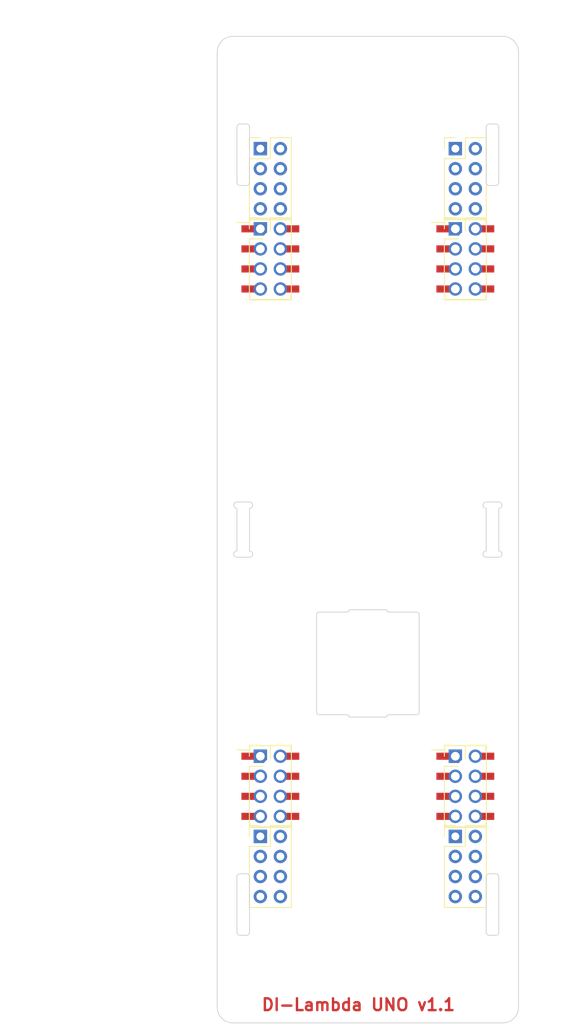
<source format=kicad_pcb>
(kicad_pcb (version 20170123) (host pcbnew "(2017-09-07 revision 3b08636)-master")

  (general
    (thickness 1.6)
    (drawings 91)
    (tracks 0)
    (zones 0)
    (modules 12)
    (nets 97)
  )

  (page A4)
  (layers
    (0 F.Cu signal)
    (31 B.Cu signal)
    (32 B.Adhes user)
    (33 F.Adhes user)
    (34 B.Paste user)
    (35 F.Paste user)
    (36 B.SilkS user)
    (37 F.SilkS user)
    (38 B.Mask user)
    (39 F.Mask user)
    (40 Dwgs.User user)
    (41 Cmts.User user)
    (42 Eco1.User user)
    (43 Eco2.User user)
    (44 Edge.Cuts user)
    (45 Margin user)
    (46 B.CrtYd user)
    (47 F.CrtYd user)
    (48 B.Fab user)
    (49 F.Fab user hide)
  )

  (setup
    (last_trace_width 0.25)
    (trace_clearance 0.2)
    (zone_clearance 0.508)
    (zone_45_only yes)
    (trace_min 0.2)
    (segment_width 0.2)
    (edge_width 0.1)
    (via_size 0.8)
    (via_drill 0.4)
    (via_min_size 0.4)
    (via_min_drill 0.3)
    (uvia_size 0.3)
    (uvia_drill 0.1)
    (uvias_allowed no)
    (uvia_min_size 0.2)
    (uvia_min_drill 0.1)
    (pcb_text_width 0.3)
    (pcb_text_size 1.5 1.5)
    (mod_edge_width 0.15)
    (mod_text_size 1 1)
    (mod_text_width 0.15)
    (pad_size 1.524 1.524)
    (pad_drill 0.762)
    (pad_to_mask_clearance 0.2)
    (aux_axis_origin 0 0)
    (grid_origin 130.084 143.764)
    (visible_elements FFFFFF7F)
    (pcbplotparams
      (layerselection 0x000f0_ffffffff)
      (usegerberextensions true)
      (usegerberattributes true)
      (usegerberadvancedattributes true)
      (creategerberjobfile true)
      (excludeedgelayer false)
      (linewidth 0.100000)
      (plotframeref false)
      (viasonmask false)
      (mode 1)
      (useauxorigin true)
      (hpglpennumber 1)
      (hpglpenspeed 20)
      (hpglpendiameter 15)
      (psnegative false)
      (psa4output false)
      (plotreference true)
      (plotvalue true)
      (plotinvisibletext false)
      (padsonsilk false)
      (subtractmaskfromsilk false)
      (outputformat 1)
      (mirror false)
      (drillshape 0)
      (scaleselection 1)
      (outputdirectory DI-Lambda-UNO-top-v1.0-gerbers-20170824/))
  )

  (net 0 "")
  (net 1 "Net-(J1-Pad8)")
  (net 2 "Net-(J1-Pad7)")
  (net 3 "Net-(J1-Pad6)")
  (net 4 "Net-(J1-Pad5)")
  (net 5 "Net-(J1-Pad4)")
  (net 6 "Net-(J1-Pad3)")
  (net 7 "Net-(J1-Pad2)")
  (net 8 "Net-(J1-Pad1)")
  (net 9 "Net-(J2-Pad1)")
  (net 10 "Net-(J2-Pad2)")
  (net 11 "Net-(J2-Pad3)")
  (net 12 "Net-(J2-Pad4)")
  (net 13 "Net-(J2-Pad5)")
  (net 14 "Net-(J2-Pad6)")
  (net 15 "Net-(J2-Pad7)")
  (net 16 "Net-(J2-Pad8)")
  (net 17 "Net-(J3-Pad8)")
  (net 18 "Net-(J3-Pad7)")
  (net 19 "Net-(J3-Pad6)")
  (net 20 "Net-(J3-Pad5)")
  (net 21 "Net-(J3-Pad4)")
  (net 22 "Net-(J3-Pad3)")
  (net 23 "Net-(J3-Pad2)")
  (net 24 "Net-(J3-Pad1)")
  (net 25 "Net-(J4-Pad1)")
  (net 26 "Net-(J4-Pad2)")
  (net 27 "Net-(J4-Pad3)")
  (net 28 "Net-(J4-Pad4)")
  (net 29 "Net-(J4-Pad5)")
  (net 30 "Net-(J4-Pad6)")
  (net 31 "Net-(J4-Pad7)")
  (net 32 "Net-(J4-Pad8)")
  (net 33 "Net-(J5-Pad8)")
  (net 34 "Net-(J5-Pad7)")
  (net 35 "Net-(J5-Pad6)")
  (net 36 "Net-(J5-Pad5)")
  (net 37 "Net-(J5-Pad4)")
  (net 38 "Net-(J5-Pad3)")
  (net 39 "Net-(J5-Pad2)")
  (net 40 "Net-(J5-Pad1)")
  (net 41 "Net-(J6-Pad1)")
  (net 42 "Net-(J6-Pad2)")
  (net 43 "Net-(J6-Pad3)")
  (net 44 "Net-(J6-Pad4)")
  (net 45 "Net-(J6-Pad5)")
  (net 46 "Net-(J6-Pad6)")
  (net 47 "Net-(J6-Pad7)")
  (net 48 "Net-(J6-Pad8)")
  (net 49 "Net-(J7-Pad8)")
  (net 50 "Net-(J7-Pad7)")
  (net 51 "Net-(J7-Pad6)")
  (net 52 "Net-(J7-Pad5)")
  (net 53 "Net-(J7-Pad4)")
  (net 54 "Net-(J7-Pad3)")
  (net 55 "Net-(J7-Pad2)")
  (net 56 "Net-(J7-Pad1)")
  (net 57 "Net-(J8-Pad1)")
  (net 58 "Net-(J8-Pad2)")
  (net 59 "Net-(J8-Pad3)")
  (net 60 "Net-(J8-Pad4)")
  (net 61 "Net-(J8-Pad5)")
  (net 62 "Net-(J8-Pad6)")
  (net 63 "Net-(J8-Pad7)")
  (net 64 "Net-(J8-Pad8)")
  (net 65 "Net-(J9-Pad8)")
  (net 66 "Net-(J9-Pad7)")
  (net 67 "Net-(J9-Pad6)")
  (net 68 "Net-(J9-Pad5)")
  (net 69 "Net-(J9-Pad4)")
  (net 70 "Net-(J9-Pad3)")
  (net 71 "Net-(J9-Pad2)")
  (net 72 "Net-(J9-Pad1)")
  (net 73 "Net-(J10-Pad2)")
  (net 74 "Net-(J10-Pad4)")
  (net 75 "Net-(J10-Pad6)")
  (net 76 "Net-(J10-Pad1)")
  (net 77 "Net-(J10-Pad7)")
  (net 78 "Net-(J10-Pad5)")
  (net 79 "Net-(J10-Pad3)")
  (net 80 "Net-(J10-Pad8)")
  (net 81 "Net-(J11-Pad8)")
  (net 82 "Net-(J11-Pad7)")
  (net 83 "Net-(J11-Pad6)")
  (net 84 "Net-(J11-Pad5)")
  (net 85 "Net-(J11-Pad4)")
  (net 86 "Net-(J11-Pad3)")
  (net 87 "Net-(J11-Pad2)")
  (net 88 "Net-(J11-Pad1)")
  (net 89 "Net-(J12-Pad2)")
  (net 90 "Net-(J12-Pad4)")
  (net 91 "Net-(J12-Pad6)")
  (net 92 "Net-(J12-Pad1)")
  (net 93 "Net-(J12-Pad7)")
  (net 94 "Net-(J12-Pad5)")
  (net 95 "Net-(J12-Pad3)")
  (net 96 "Net-(J12-Pad8)")

  (net_class Default "This is the default net class."
    (clearance 0.2)
    (trace_width 0.25)
    (via_dia 0.8)
    (via_drill 0.4)
    (uvia_dia 0.3)
    (uvia_drill 0.1)
    (add_net "Net-(J1-Pad1)")
    (add_net "Net-(J1-Pad2)")
    (add_net "Net-(J1-Pad3)")
    (add_net "Net-(J1-Pad4)")
    (add_net "Net-(J1-Pad5)")
    (add_net "Net-(J1-Pad6)")
    (add_net "Net-(J1-Pad7)")
    (add_net "Net-(J1-Pad8)")
    (add_net "Net-(J10-Pad1)")
    (add_net "Net-(J10-Pad2)")
    (add_net "Net-(J10-Pad3)")
    (add_net "Net-(J10-Pad4)")
    (add_net "Net-(J10-Pad5)")
    (add_net "Net-(J10-Pad6)")
    (add_net "Net-(J10-Pad7)")
    (add_net "Net-(J10-Pad8)")
    (add_net "Net-(J11-Pad1)")
    (add_net "Net-(J11-Pad2)")
    (add_net "Net-(J11-Pad3)")
    (add_net "Net-(J11-Pad4)")
    (add_net "Net-(J11-Pad5)")
    (add_net "Net-(J11-Pad6)")
    (add_net "Net-(J11-Pad7)")
    (add_net "Net-(J11-Pad8)")
    (add_net "Net-(J12-Pad1)")
    (add_net "Net-(J12-Pad2)")
    (add_net "Net-(J12-Pad3)")
    (add_net "Net-(J12-Pad4)")
    (add_net "Net-(J12-Pad5)")
    (add_net "Net-(J12-Pad6)")
    (add_net "Net-(J12-Pad7)")
    (add_net "Net-(J12-Pad8)")
    (add_net "Net-(J2-Pad1)")
    (add_net "Net-(J2-Pad2)")
    (add_net "Net-(J2-Pad3)")
    (add_net "Net-(J2-Pad4)")
    (add_net "Net-(J2-Pad5)")
    (add_net "Net-(J2-Pad6)")
    (add_net "Net-(J2-Pad7)")
    (add_net "Net-(J2-Pad8)")
    (add_net "Net-(J3-Pad1)")
    (add_net "Net-(J3-Pad2)")
    (add_net "Net-(J3-Pad3)")
    (add_net "Net-(J3-Pad4)")
    (add_net "Net-(J3-Pad5)")
    (add_net "Net-(J3-Pad6)")
    (add_net "Net-(J3-Pad7)")
    (add_net "Net-(J3-Pad8)")
    (add_net "Net-(J4-Pad1)")
    (add_net "Net-(J4-Pad2)")
    (add_net "Net-(J4-Pad3)")
    (add_net "Net-(J4-Pad4)")
    (add_net "Net-(J4-Pad5)")
    (add_net "Net-(J4-Pad6)")
    (add_net "Net-(J4-Pad7)")
    (add_net "Net-(J4-Pad8)")
    (add_net "Net-(J5-Pad1)")
    (add_net "Net-(J5-Pad2)")
    (add_net "Net-(J5-Pad3)")
    (add_net "Net-(J5-Pad4)")
    (add_net "Net-(J5-Pad5)")
    (add_net "Net-(J5-Pad6)")
    (add_net "Net-(J5-Pad7)")
    (add_net "Net-(J5-Pad8)")
    (add_net "Net-(J6-Pad1)")
    (add_net "Net-(J6-Pad2)")
    (add_net "Net-(J6-Pad3)")
    (add_net "Net-(J6-Pad4)")
    (add_net "Net-(J6-Pad5)")
    (add_net "Net-(J6-Pad6)")
    (add_net "Net-(J6-Pad7)")
    (add_net "Net-(J6-Pad8)")
    (add_net "Net-(J7-Pad1)")
    (add_net "Net-(J7-Pad2)")
    (add_net "Net-(J7-Pad3)")
    (add_net "Net-(J7-Pad4)")
    (add_net "Net-(J7-Pad5)")
    (add_net "Net-(J7-Pad6)")
    (add_net "Net-(J7-Pad7)")
    (add_net "Net-(J7-Pad8)")
    (add_net "Net-(J8-Pad1)")
    (add_net "Net-(J8-Pad2)")
    (add_net "Net-(J8-Pad3)")
    (add_net "Net-(J8-Pad4)")
    (add_net "Net-(J8-Pad5)")
    (add_net "Net-(J8-Pad6)")
    (add_net "Net-(J8-Pad7)")
    (add_net "Net-(J8-Pad8)")
    (add_net "Net-(J9-Pad1)")
    (add_net "Net-(J9-Pad2)")
    (add_net "Net-(J9-Pad3)")
    (add_net "Net-(J9-Pad4)")
    (add_net "Net-(J9-Pad5)")
    (add_net "Net-(J9-Pad6)")
    (add_net "Net-(J9-Pad7)")
    (add_net "Net-(J9-Pad8)")
  )

  (module Female_socket_pitch254_smt_through-board:Pin_Header_Straight_2x04_Pitch2.54mm_SMD (layer F.Cu) (tedit 59ED8B88) (tstamp 599B190C)
    (at 161.544 113.784)
    (descr "surface-mounted straight pin header, 2x04, 2.54mm pitch, double rows")
    (tags "Surface mounted pin header SMD 2x04 2.54mm double row")
    (path /599B16AE)
    (attr smd)
    (fp_text reference J12 (at 0 -6.14) (layer F.SilkS) hide
      (effects (font (size 1 1) (thickness 0.15)))
    )
    (fp_text value CONN_02X04 (at 0 6.14) (layer F.Fab)
      (effects (font (size 1 1) (thickness 0.15)))
    )
    (fp_line (start -2.54 -5.08) (end -2.54 5.08) (layer F.Fab) (width 0.1))
    (fp_line (start -2.54 5.08) (end 2.54 5.08) (layer F.Fab) (width 0.1))
    (fp_line (start 2.54 5.08) (end 2.54 -5.08) (layer F.Fab) (width 0.1))
    (fp_line (start 2.54 -5.08) (end -2.54 -5.08) (layer F.Fab) (width 0.1))
    (fp_line (start -2.54 -4.13) (end -2.54 -3.49) (layer F.Fab) (width 0.1))
    (fp_line (start -2.54 -3.49) (end -3.92 -3.49) (layer F.Fab) (width 0.1))
    (fp_line (start -3.92 -3.49) (end -3.92 -4.13) (layer F.Fab) (width 0.1))
    (fp_line (start -3.92 -4.13) (end -2.54 -4.13) (layer F.Fab) (width 0.1))
    (fp_line (start 2.54 -4.13) (end 2.54 -3.49) (layer F.Fab) (width 0.1))
    (fp_line (start 2.54 -3.49) (end 3.92 -3.49) (layer F.Fab) (width 0.1))
    (fp_line (start 3.92 -3.49) (end 3.92 -4.13) (layer F.Fab) (width 0.1))
    (fp_line (start 3.92 -4.13) (end 2.54 -4.13) (layer F.Fab) (width 0.1))
    (fp_line (start -2.54 -1.59) (end -2.54 -0.95) (layer F.Fab) (width 0.1))
    (fp_line (start -2.54 -0.95) (end -3.92 -0.95) (layer F.Fab) (width 0.1))
    (fp_line (start -3.92 -0.95) (end -3.92 -1.59) (layer F.Fab) (width 0.1))
    (fp_line (start -3.92 -1.59) (end -2.54 -1.59) (layer F.Fab) (width 0.1))
    (fp_line (start 2.54 -1.59) (end 2.54 -0.95) (layer F.Fab) (width 0.1))
    (fp_line (start 2.54 -0.95) (end 3.92 -0.95) (layer F.Fab) (width 0.1))
    (fp_line (start 3.92 -0.95) (end 3.92 -1.59) (layer F.Fab) (width 0.1))
    (fp_line (start 3.92 -1.59) (end 2.54 -1.59) (layer F.Fab) (width 0.1))
    (fp_line (start -2.54 0.95) (end -2.54 1.59) (layer F.Fab) (width 0.1))
    (fp_line (start -2.54 1.59) (end -3.92 1.59) (layer F.Fab) (width 0.1))
    (fp_line (start -3.92 1.59) (end -3.92 0.95) (layer F.Fab) (width 0.1))
    (fp_line (start -3.92 0.95) (end -2.54 0.95) (layer F.Fab) (width 0.1))
    (fp_line (start 2.54 0.95) (end 2.54 1.59) (layer F.Fab) (width 0.1))
    (fp_line (start 2.54 1.59) (end 3.92 1.59) (layer F.Fab) (width 0.1))
    (fp_line (start 3.92 1.59) (end 3.92 0.95) (layer F.Fab) (width 0.1))
    (fp_line (start 3.92 0.95) (end 2.54 0.95) (layer F.Fab) (width 0.1))
    (fp_line (start -2.54 3.49) (end -2.54 4.13) (layer F.Fab) (width 0.1))
    (fp_line (start -2.54 4.13) (end -3.92 4.13) (layer F.Fab) (width 0.1))
    (fp_line (start -3.92 4.13) (end -3.92 3.49) (layer F.Fab) (width 0.1))
    (fp_line (start -3.92 3.49) (end -2.54 3.49) (layer F.Fab) (width 0.1))
    (fp_line (start 2.54 3.49) (end 2.54 4.13) (layer F.Fab) (width 0.1))
    (fp_line (start 2.54 4.13) (end 3.92 4.13) (layer F.Fab) (width 0.1))
    (fp_line (start 3.92 4.13) (end 3.92 3.49) (layer F.Fab) (width 0.1))
    (fp_line (start 3.92 3.49) (end 2.54 3.49) (layer F.Fab) (width 0.1))
    (fp_line (start -2.6 -4.61) (end -2.6 -5.14) (layer F.SilkS) (width 0.12))
    (fp_line (start -2.6 -5.14) (end 2.6 -5.14) (layer F.SilkS) (width 0.12))
    (fp_line (start 2.6 -5.14) (end 2.6 -4.61) (layer F.SilkS) (width 0.12))
    (fp_line (start -2.6 4.61) (end -2.6 5.14) (layer F.SilkS) (width 0.12))
    (fp_line (start -2.6 5.14) (end 2.6 5.14) (layer F.SilkS) (width 0.12))
    (fp_line (start 2.6 5.14) (end 2.6 4.61) (layer F.SilkS) (width 0.12))
    (fp_line (start -4.27 -4.61) (end -2.6 -4.61) (layer F.SilkS) (width 0.12))
    (fp_line (start -4.55 -5.35) (end -4.55 5.35) (layer F.CrtYd) (width 0.05))
    (fp_line (start -4.55 5.35) (end 4.55 5.35) (layer F.CrtYd) (width 0.05))
    (fp_line (start 4.55 5.35) (end 4.55 -5.35) (layer F.CrtYd) (width 0.05))
    (fp_line (start 4.55 -5.35) (end -4.55 -5.35) (layer F.CrtYd) (width 0.05))
    (pad "" np_thru_hole circle (at 0 2.54) (size 1.8 1.8) (drill 1.8) (layers *.Cu *.Mask))
    (pad "" np_thru_hole circle (at 0 -2.54) (size 1.8 1.8) (drill 1.8) (layers *.Cu *.Mask))
    (pad 2 thru_hole circle (at 1.27 -3.81) (size 1.5 1.5) (drill 1.1) (layers *.Cu *.Mask)
      (net 89 "Net-(J12-Pad2)"))
    (pad 4 thru_hole circle (at 1.27 -1.27) (size 1.5 1.5) (drill 1.1) (layers *.Cu *.Mask)
      (net 90 "Net-(J12-Pad4)"))
    (pad 6 thru_hole circle (at 1.27 1.27) (size 1.5 1.5) (drill 1.1) (layers *.Cu *.Mask)
      (net 91 "Net-(J12-Pad6)"))
    (pad 8 thru_hole circle (at 1.27 3.81) (size 1.5 1.5) (drill 1.1) (layers *.Cu *.Mask)
      (net 96 "Net-(J12-Pad8)"))
    (pad 7 thru_hole circle (at -1.27 3.81) (size 1.5 1.5) (drill 1.1) (layers *.Cu *.Mask)
      (net 93 "Net-(J12-Pad7)"))
    (pad 5 thru_hole circle (at -1.27 1.27) (size 1.5 1.5) (drill 1.1) (layers *.Cu *.Mask)
      (net 94 "Net-(J12-Pad5)"))
    (pad 3 thru_hole circle (at -1.27 -1.27) (size 1.5 1.5) (drill 1.1) (layers *.Cu *.Mask)
      (net 95 "Net-(J12-Pad3)"))
    (pad 1 thru_hole circle (at -1.27 -3.81) (size 1.5 1.5) (drill 1.1) (layers *.Cu *.Mask)
      (net 92 "Net-(J12-Pad1)"))
    (pad 1 smd rect (at -2.77 -3.81) (size 1.8 0.9) (layers F.Cu F.Mask)
      (net 92 "Net-(J12-Pad1)"))
    (pad 2 smd rect (at 2.77 -3.81) (size 1.8 0.9) (layers F.Cu F.Mask)
      (net 89 "Net-(J12-Pad2)"))
    (pad 3 smd rect (at -2.77 -1.27) (size 1.8 0.9) (layers F.Cu F.Mask)
      (net 95 "Net-(J12-Pad3)"))
    (pad 4 smd rect (at 2.77 -1.27) (size 1.8 0.9) (layers F.Cu F.Mask)
      (net 90 "Net-(J12-Pad4)"))
    (pad 5 smd rect (at -2.77 1.27) (size 1.8 0.9) (layers F.Cu F.Mask)
      (net 94 "Net-(J12-Pad5)"))
    (pad 6 smd rect (at 2.77 1.27) (size 1.8 0.9) (layers F.Cu F.Mask)
      (net 91 "Net-(J12-Pad6)"))
    (pad 7 smd rect (at -2.77 3.81) (size 1.8 0.9) (layers F.Cu F.Mask)
      (net 93 "Net-(J12-Pad7)"))
    (pad 8 smd rect (at 2.77 3.81) (size 1.8 0.9) (layers F.Cu F.Mask)
      (net 96 "Net-(J12-Pad8)"))
  )

  (module Female_socket_pitch254_smt_through-board:Pin_Header_Straight_2x04_Pitch2.54mm_SMD (layer F.Cu) (tedit 59ED8B88) (tstamp 599B18D2)
    (at 136.824 113.784)
    (descr "surface-mounted straight pin header, 2x04, 2.54mm pitch, double rows")
    (tags "Surface mounted pin header SMD 2x04 2.54mm double row")
    (path /599B1662)
    (attr smd)
    (fp_text reference J11 (at 0 -6.14) (layer F.SilkS) hide
      (effects (font (size 1 1) (thickness 0.15)))
    )
    (fp_text value CONN_02X04 (at 0 6.14) (layer F.Fab)
      (effects (font (size 1 1) (thickness 0.15)))
    )
    (fp_line (start -2.54 -5.08) (end -2.54 5.08) (layer F.Fab) (width 0.1))
    (fp_line (start -2.54 5.08) (end 2.54 5.08) (layer F.Fab) (width 0.1))
    (fp_line (start 2.54 5.08) (end 2.54 -5.08) (layer F.Fab) (width 0.1))
    (fp_line (start 2.54 -5.08) (end -2.54 -5.08) (layer F.Fab) (width 0.1))
    (fp_line (start -2.54 -4.13) (end -2.54 -3.49) (layer F.Fab) (width 0.1))
    (fp_line (start -2.54 -3.49) (end -3.92 -3.49) (layer F.Fab) (width 0.1))
    (fp_line (start -3.92 -3.49) (end -3.92 -4.13) (layer F.Fab) (width 0.1))
    (fp_line (start -3.92 -4.13) (end -2.54 -4.13) (layer F.Fab) (width 0.1))
    (fp_line (start 2.54 -4.13) (end 2.54 -3.49) (layer F.Fab) (width 0.1))
    (fp_line (start 2.54 -3.49) (end 3.92 -3.49) (layer F.Fab) (width 0.1))
    (fp_line (start 3.92 -3.49) (end 3.92 -4.13) (layer F.Fab) (width 0.1))
    (fp_line (start 3.92 -4.13) (end 2.54 -4.13) (layer F.Fab) (width 0.1))
    (fp_line (start -2.54 -1.59) (end -2.54 -0.95) (layer F.Fab) (width 0.1))
    (fp_line (start -2.54 -0.95) (end -3.92 -0.95) (layer F.Fab) (width 0.1))
    (fp_line (start -3.92 -0.95) (end -3.92 -1.59) (layer F.Fab) (width 0.1))
    (fp_line (start -3.92 -1.59) (end -2.54 -1.59) (layer F.Fab) (width 0.1))
    (fp_line (start 2.54 -1.59) (end 2.54 -0.95) (layer F.Fab) (width 0.1))
    (fp_line (start 2.54 -0.95) (end 3.92 -0.95) (layer F.Fab) (width 0.1))
    (fp_line (start 3.92 -0.95) (end 3.92 -1.59) (layer F.Fab) (width 0.1))
    (fp_line (start 3.92 -1.59) (end 2.54 -1.59) (layer F.Fab) (width 0.1))
    (fp_line (start -2.54 0.95) (end -2.54 1.59) (layer F.Fab) (width 0.1))
    (fp_line (start -2.54 1.59) (end -3.92 1.59) (layer F.Fab) (width 0.1))
    (fp_line (start -3.92 1.59) (end -3.92 0.95) (layer F.Fab) (width 0.1))
    (fp_line (start -3.92 0.95) (end -2.54 0.95) (layer F.Fab) (width 0.1))
    (fp_line (start 2.54 0.95) (end 2.54 1.59) (layer F.Fab) (width 0.1))
    (fp_line (start 2.54 1.59) (end 3.92 1.59) (layer F.Fab) (width 0.1))
    (fp_line (start 3.92 1.59) (end 3.92 0.95) (layer F.Fab) (width 0.1))
    (fp_line (start 3.92 0.95) (end 2.54 0.95) (layer F.Fab) (width 0.1))
    (fp_line (start -2.54 3.49) (end -2.54 4.13) (layer F.Fab) (width 0.1))
    (fp_line (start -2.54 4.13) (end -3.92 4.13) (layer F.Fab) (width 0.1))
    (fp_line (start -3.92 4.13) (end -3.92 3.49) (layer F.Fab) (width 0.1))
    (fp_line (start -3.92 3.49) (end -2.54 3.49) (layer F.Fab) (width 0.1))
    (fp_line (start 2.54 3.49) (end 2.54 4.13) (layer F.Fab) (width 0.1))
    (fp_line (start 2.54 4.13) (end 3.92 4.13) (layer F.Fab) (width 0.1))
    (fp_line (start 3.92 4.13) (end 3.92 3.49) (layer F.Fab) (width 0.1))
    (fp_line (start 3.92 3.49) (end 2.54 3.49) (layer F.Fab) (width 0.1))
    (fp_line (start -2.6 -4.61) (end -2.6 -5.14) (layer F.SilkS) (width 0.12))
    (fp_line (start -2.6 -5.14) (end 2.6 -5.14) (layer F.SilkS) (width 0.12))
    (fp_line (start 2.6 -5.14) (end 2.6 -4.61) (layer F.SilkS) (width 0.12))
    (fp_line (start -2.6 4.61) (end -2.6 5.14) (layer F.SilkS) (width 0.12))
    (fp_line (start -2.6 5.14) (end 2.6 5.14) (layer F.SilkS) (width 0.12))
    (fp_line (start 2.6 5.14) (end 2.6 4.61) (layer F.SilkS) (width 0.12))
    (fp_line (start -4.27 -4.61) (end -2.6 -4.61) (layer F.SilkS) (width 0.12))
    (fp_line (start -4.55 -5.35) (end -4.55 5.35) (layer F.CrtYd) (width 0.05))
    (fp_line (start -4.55 5.35) (end 4.55 5.35) (layer F.CrtYd) (width 0.05))
    (fp_line (start 4.55 5.35) (end 4.55 -5.35) (layer F.CrtYd) (width 0.05))
    (fp_line (start 4.55 -5.35) (end -4.55 -5.35) (layer F.CrtYd) (width 0.05))
    (pad "" np_thru_hole circle (at 0 2.54) (size 1.8 1.8) (drill 1.8) (layers *.Cu *.Mask))
    (pad "" np_thru_hole circle (at 0 -2.54) (size 1.8 1.8) (drill 1.8) (layers *.Cu *.Mask))
    (pad 2 thru_hole circle (at 1.27 -3.81) (size 1.5 1.5) (drill 1.1) (layers *.Cu *.Mask)
      (net 87 "Net-(J11-Pad2)"))
    (pad 4 thru_hole circle (at 1.27 -1.27) (size 1.5 1.5) (drill 1.1) (layers *.Cu *.Mask)
      (net 85 "Net-(J11-Pad4)"))
    (pad 6 thru_hole circle (at 1.27 1.27) (size 1.5 1.5) (drill 1.1) (layers *.Cu *.Mask)
      (net 83 "Net-(J11-Pad6)"))
    (pad 8 thru_hole circle (at 1.27 3.81) (size 1.5 1.5) (drill 1.1) (layers *.Cu *.Mask)
      (net 81 "Net-(J11-Pad8)"))
    (pad 7 thru_hole circle (at -1.27 3.81) (size 1.5 1.5) (drill 1.1) (layers *.Cu *.Mask)
      (net 82 "Net-(J11-Pad7)"))
    (pad 5 thru_hole circle (at -1.27 1.27) (size 1.5 1.5) (drill 1.1) (layers *.Cu *.Mask)
      (net 84 "Net-(J11-Pad5)"))
    (pad 3 thru_hole circle (at -1.27 -1.27) (size 1.5 1.5) (drill 1.1) (layers *.Cu *.Mask)
      (net 86 "Net-(J11-Pad3)"))
    (pad 1 thru_hole circle (at -1.27 -3.81) (size 1.5 1.5) (drill 1.1) (layers *.Cu *.Mask)
      (net 88 "Net-(J11-Pad1)"))
    (pad 1 smd rect (at -2.77 -3.81) (size 1.8 0.9) (layers F.Cu F.Mask)
      (net 88 "Net-(J11-Pad1)"))
    (pad 2 smd rect (at 2.77 -3.81) (size 1.8 0.9) (layers F.Cu F.Mask)
      (net 87 "Net-(J11-Pad2)"))
    (pad 3 smd rect (at -2.77 -1.27) (size 1.8 0.9) (layers F.Cu F.Mask)
      (net 86 "Net-(J11-Pad3)"))
    (pad 4 smd rect (at 2.77 -1.27) (size 1.8 0.9) (layers F.Cu F.Mask)
      (net 85 "Net-(J11-Pad4)"))
    (pad 5 smd rect (at -2.77 1.27) (size 1.8 0.9) (layers F.Cu F.Mask)
      (net 84 "Net-(J11-Pad5)"))
    (pad 6 smd rect (at 2.77 1.27) (size 1.8 0.9) (layers F.Cu F.Mask)
      (net 83 "Net-(J11-Pad6)"))
    (pad 7 smd rect (at -2.77 3.81) (size 1.8 0.9) (layers F.Cu F.Mask)
      (net 82 "Net-(J11-Pad7)"))
    (pad 8 smd rect (at 2.77 3.81) (size 1.8 0.9) (layers F.Cu F.Mask)
      (net 81 "Net-(J11-Pad8)"))
  )

  (module Female_socket_pitch254_smt_through-board:Pin_Header_Straight_2x04_Pitch2.54mm_SMD (layer F.Cu) (tedit 59ED8B88) (tstamp 599B1898)
    (at 136.824 46.964)
    (descr "surface-mounted straight pin header, 2x04, 2.54mm pitch, double rows")
    (tags "Surface mounted pin header SMD 2x04 2.54mm double row")
    (path /599B1628)
    (attr smd)
    (fp_text reference J10 (at 0 -6.14) (layer F.SilkS) hide
      (effects (font (size 1 1) (thickness 0.15)))
    )
    (fp_text value CONN_02X04 (at 0 6.14) (layer F.Fab)
      (effects (font (size 1 1) (thickness 0.15)))
    )
    (fp_line (start -2.54 -5.08) (end -2.54 5.08) (layer F.Fab) (width 0.1))
    (fp_line (start -2.54 5.08) (end 2.54 5.08) (layer F.Fab) (width 0.1))
    (fp_line (start 2.54 5.08) (end 2.54 -5.08) (layer F.Fab) (width 0.1))
    (fp_line (start 2.54 -5.08) (end -2.54 -5.08) (layer F.Fab) (width 0.1))
    (fp_line (start -2.54 -4.13) (end -2.54 -3.49) (layer F.Fab) (width 0.1))
    (fp_line (start -2.54 -3.49) (end -3.92 -3.49) (layer F.Fab) (width 0.1))
    (fp_line (start -3.92 -3.49) (end -3.92 -4.13) (layer F.Fab) (width 0.1))
    (fp_line (start -3.92 -4.13) (end -2.54 -4.13) (layer F.Fab) (width 0.1))
    (fp_line (start 2.54 -4.13) (end 2.54 -3.49) (layer F.Fab) (width 0.1))
    (fp_line (start 2.54 -3.49) (end 3.92 -3.49) (layer F.Fab) (width 0.1))
    (fp_line (start 3.92 -3.49) (end 3.92 -4.13) (layer F.Fab) (width 0.1))
    (fp_line (start 3.92 -4.13) (end 2.54 -4.13) (layer F.Fab) (width 0.1))
    (fp_line (start -2.54 -1.59) (end -2.54 -0.95) (layer F.Fab) (width 0.1))
    (fp_line (start -2.54 -0.95) (end -3.92 -0.95) (layer F.Fab) (width 0.1))
    (fp_line (start -3.92 -0.95) (end -3.92 -1.59) (layer F.Fab) (width 0.1))
    (fp_line (start -3.92 -1.59) (end -2.54 -1.59) (layer F.Fab) (width 0.1))
    (fp_line (start 2.54 -1.59) (end 2.54 -0.95) (layer F.Fab) (width 0.1))
    (fp_line (start 2.54 -0.95) (end 3.92 -0.95) (layer F.Fab) (width 0.1))
    (fp_line (start 3.92 -0.95) (end 3.92 -1.59) (layer F.Fab) (width 0.1))
    (fp_line (start 3.92 -1.59) (end 2.54 -1.59) (layer F.Fab) (width 0.1))
    (fp_line (start -2.54 0.95) (end -2.54 1.59) (layer F.Fab) (width 0.1))
    (fp_line (start -2.54 1.59) (end -3.92 1.59) (layer F.Fab) (width 0.1))
    (fp_line (start -3.92 1.59) (end -3.92 0.95) (layer F.Fab) (width 0.1))
    (fp_line (start -3.92 0.95) (end -2.54 0.95) (layer F.Fab) (width 0.1))
    (fp_line (start 2.54 0.95) (end 2.54 1.59) (layer F.Fab) (width 0.1))
    (fp_line (start 2.54 1.59) (end 3.92 1.59) (layer F.Fab) (width 0.1))
    (fp_line (start 3.92 1.59) (end 3.92 0.95) (layer F.Fab) (width 0.1))
    (fp_line (start 3.92 0.95) (end 2.54 0.95) (layer F.Fab) (width 0.1))
    (fp_line (start -2.54 3.49) (end -2.54 4.13) (layer F.Fab) (width 0.1))
    (fp_line (start -2.54 4.13) (end -3.92 4.13) (layer F.Fab) (width 0.1))
    (fp_line (start -3.92 4.13) (end -3.92 3.49) (layer F.Fab) (width 0.1))
    (fp_line (start -3.92 3.49) (end -2.54 3.49) (layer F.Fab) (width 0.1))
    (fp_line (start 2.54 3.49) (end 2.54 4.13) (layer F.Fab) (width 0.1))
    (fp_line (start 2.54 4.13) (end 3.92 4.13) (layer F.Fab) (width 0.1))
    (fp_line (start 3.92 4.13) (end 3.92 3.49) (layer F.Fab) (width 0.1))
    (fp_line (start 3.92 3.49) (end 2.54 3.49) (layer F.Fab) (width 0.1))
    (fp_line (start -2.6 -4.61) (end -2.6 -5.14) (layer F.SilkS) (width 0.12))
    (fp_line (start -2.6 -5.14) (end 2.6 -5.14) (layer F.SilkS) (width 0.12))
    (fp_line (start 2.6 -5.14) (end 2.6 -4.61) (layer F.SilkS) (width 0.12))
    (fp_line (start -2.6 4.61) (end -2.6 5.14) (layer F.SilkS) (width 0.12))
    (fp_line (start -2.6 5.14) (end 2.6 5.14) (layer F.SilkS) (width 0.12))
    (fp_line (start 2.6 5.14) (end 2.6 4.61) (layer F.SilkS) (width 0.12))
    (fp_line (start -4.27 -4.61) (end -2.6 -4.61) (layer F.SilkS) (width 0.12))
    (fp_line (start -4.55 -5.35) (end -4.55 5.35) (layer F.CrtYd) (width 0.05))
    (fp_line (start -4.55 5.35) (end 4.55 5.35) (layer F.CrtYd) (width 0.05))
    (fp_line (start 4.55 5.35) (end 4.55 -5.35) (layer F.CrtYd) (width 0.05))
    (fp_line (start 4.55 -5.35) (end -4.55 -5.35) (layer F.CrtYd) (width 0.05))
    (pad "" np_thru_hole circle (at 0 2.54) (size 1.8 1.8) (drill 1.8) (layers *.Cu *.Mask))
    (pad "" np_thru_hole circle (at 0 -2.54) (size 1.8 1.8) (drill 1.8) (layers *.Cu *.Mask))
    (pad 2 thru_hole circle (at 1.27 -3.81) (size 1.5 1.5) (drill 1.1) (layers *.Cu *.Mask)
      (net 73 "Net-(J10-Pad2)"))
    (pad 4 thru_hole circle (at 1.27 -1.27) (size 1.5 1.5) (drill 1.1) (layers *.Cu *.Mask)
      (net 74 "Net-(J10-Pad4)"))
    (pad 6 thru_hole circle (at 1.27 1.27) (size 1.5 1.5) (drill 1.1) (layers *.Cu *.Mask)
      (net 75 "Net-(J10-Pad6)"))
    (pad 8 thru_hole circle (at 1.27 3.81) (size 1.5 1.5) (drill 1.1) (layers *.Cu *.Mask)
      (net 80 "Net-(J10-Pad8)"))
    (pad 7 thru_hole circle (at -1.27 3.81) (size 1.5 1.5) (drill 1.1) (layers *.Cu *.Mask)
      (net 77 "Net-(J10-Pad7)"))
    (pad 5 thru_hole circle (at -1.27 1.27) (size 1.5 1.5) (drill 1.1) (layers *.Cu *.Mask)
      (net 78 "Net-(J10-Pad5)"))
    (pad 3 thru_hole circle (at -1.27 -1.27) (size 1.5 1.5) (drill 1.1) (layers *.Cu *.Mask)
      (net 79 "Net-(J10-Pad3)"))
    (pad 1 thru_hole circle (at -1.27 -3.81) (size 1.5 1.5) (drill 1.1) (layers *.Cu *.Mask)
      (net 76 "Net-(J10-Pad1)"))
    (pad 1 smd rect (at -2.77 -3.81) (size 1.8 0.9) (layers F.Cu F.Mask)
      (net 76 "Net-(J10-Pad1)"))
    (pad 2 smd rect (at 2.77 -3.81) (size 1.8 0.9) (layers F.Cu F.Mask)
      (net 73 "Net-(J10-Pad2)"))
    (pad 3 smd rect (at -2.77 -1.27) (size 1.8 0.9) (layers F.Cu F.Mask)
      (net 79 "Net-(J10-Pad3)"))
    (pad 4 smd rect (at 2.77 -1.27) (size 1.8 0.9) (layers F.Cu F.Mask)
      (net 74 "Net-(J10-Pad4)"))
    (pad 5 smd rect (at -2.77 1.27) (size 1.8 0.9) (layers F.Cu F.Mask)
      (net 78 "Net-(J10-Pad5)"))
    (pad 6 smd rect (at 2.77 1.27) (size 1.8 0.9) (layers F.Cu F.Mask)
      (net 75 "Net-(J10-Pad6)"))
    (pad 7 smd rect (at -2.77 3.81) (size 1.8 0.9) (layers F.Cu F.Mask)
      (net 77 "Net-(J10-Pad7)"))
    (pad 8 smd rect (at 2.77 3.81) (size 1.8 0.9) (layers F.Cu F.Mask)
      (net 80 "Net-(J10-Pad8)"))
  )

  (module Female_socket_pitch254_smt_through-board:Pin_Header_Straight_2x04_Pitch2.54mm_SMD (layer F.Cu) (tedit 59ED8B88) (tstamp 599B185E)
    (at 161.544 46.964)
    (descr "surface-mounted straight pin header, 2x04, 2.54mm pitch, double rows")
    (tags "Surface mounted pin header SMD 2x04 2.54mm double row")
    (path /599B15D8)
    (attr smd)
    (fp_text reference J9 (at 0 -6.14) (layer F.SilkS) hide
      (effects (font (size 1 1) (thickness 0.15)))
    )
    (fp_text value CONN_02X04 (at 0 6.14) (layer F.Fab)
      (effects (font (size 1 1) (thickness 0.15)))
    )
    (fp_line (start -2.54 -5.08) (end -2.54 5.08) (layer F.Fab) (width 0.1))
    (fp_line (start -2.54 5.08) (end 2.54 5.08) (layer F.Fab) (width 0.1))
    (fp_line (start 2.54 5.08) (end 2.54 -5.08) (layer F.Fab) (width 0.1))
    (fp_line (start 2.54 -5.08) (end -2.54 -5.08) (layer F.Fab) (width 0.1))
    (fp_line (start -2.54 -4.13) (end -2.54 -3.49) (layer F.Fab) (width 0.1))
    (fp_line (start -2.54 -3.49) (end -3.92 -3.49) (layer F.Fab) (width 0.1))
    (fp_line (start -3.92 -3.49) (end -3.92 -4.13) (layer F.Fab) (width 0.1))
    (fp_line (start -3.92 -4.13) (end -2.54 -4.13) (layer F.Fab) (width 0.1))
    (fp_line (start 2.54 -4.13) (end 2.54 -3.49) (layer F.Fab) (width 0.1))
    (fp_line (start 2.54 -3.49) (end 3.92 -3.49) (layer F.Fab) (width 0.1))
    (fp_line (start 3.92 -3.49) (end 3.92 -4.13) (layer F.Fab) (width 0.1))
    (fp_line (start 3.92 -4.13) (end 2.54 -4.13) (layer F.Fab) (width 0.1))
    (fp_line (start -2.54 -1.59) (end -2.54 -0.95) (layer F.Fab) (width 0.1))
    (fp_line (start -2.54 -0.95) (end -3.92 -0.95) (layer F.Fab) (width 0.1))
    (fp_line (start -3.92 -0.95) (end -3.92 -1.59) (layer F.Fab) (width 0.1))
    (fp_line (start -3.92 -1.59) (end -2.54 -1.59) (layer F.Fab) (width 0.1))
    (fp_line (start 2.54 -1.59) (end 2.54 -0.95) (layer F.Fab) (width 0.1))
    (fp_line (start 2.54 -0.95) (end 3.92 -0.95) (layer F.Fab) (width 0.1))
    (fp_line (start 3.92 -0.95) (end 3.92 -1.59) (layer F.Fab) (width 0.1))
    (fp_line (start 3.92 -1.59) (end 2.54 -1.59) (layer F.Fab) (width 0.1))
    (fp_line (start -2.54 0.95) (end -2.54 1.59) (layer F.Fab) (width 0.1))
    (fp_line (start -2.54 1.59) (end -3.92 1.59) (layer F.Fab) (width 0.1))
    (fp_line (start -3.92 1.59) (end -3.92 0.95) (layer F.Fab) (width 0.1))
    (fp_line (start -3.92 0.95) (end -2.54 0.95) (layer F.Fab) (width 0.1))
    (fp_line (start 2.54 0.95) (end 2.54 1.59) (layer F.Fab) (width 0.1))
    (fp_line (start 2.54 1.59) (end 3.92 1.59) (layer F.Fab) (width 0.1))
    (fp_line (start 3.92 1.59) (end 3.92 0.95) (layer F.Fab) (width 0.1))
    (fp_line (start 3.92 0.95) (end 2.54 0.95) (layer F.Fab) (width 0.1))
    (fp_line (start -2.54 3.49) (end -2.54 4.13) (layer F.Fab) (width 0.1))
    (fp_line (start -2.54 4.13) (end -3.92 4.13) (layer F.Fab) (width 0.1))
    (fp_line (start -3.92 4.13) (end -3.92 3.49) (layer F.Fab) (width 0.1))
    (fp_line (start -3.92 3.49) (end -2.54 3.49) (layer F.Fab) (width 0.1))
    (fp_line (start 2.54 3.49) (end 2.54 4.13) (layer F.Fab) (width 0.1))
    (fp_line (start 2.54 4.13) (end 3.92 4.13) (layer F.Fab) (width 0.1))
    (fp_line (start 3.92 4.13) (end 3.92 3.49) (layer F.Fab) (width 0.1))
    (fp_line (start 3.92 3.49) (end 2.54 3.49) (layer F.Fab) (width 0.1))
    (fp_line (start -2.6 -4.61) (end -2.6 -5.14) (layer F.SilkS) (width 0.12))
    (fp_line (start -2.6 -5.14) (end 2.6 -5.14) (layer F.SilkS) (width 0.12))
    (fp_line (start 2.6 -5.14) (end 2.6 -4.61) (layer F.SilkS) (width 0.12))
    (fp_line (start -2.6 4.61) (end -2.6 5.14) (layer F.SilkS) (width 0.12))
    (fp_line (start -2.6 5.14) (end 2.6 5.14) (layer F.SilkS) (width 0.12))
    (fp_line (start 2.6 5.14) (end 2.6 4.61) (layer F.SilkS) (width 0.12))
    (fp_line (start -4.27 -4.61) (end -2.6 -4.61) (layer F.SilkS) (width 0.12))
    (fp_line (start -4.55 -5.35) (end -4.55 5.35) (layer F.CrtYd) (width 0.05))
    (fp_line (start -4.55 5.35) (end 4.55 5.35) (layer F.CrtYd) (width 0.05))
    (fp_line (start 4.55 5.35) (end 4.55 -5.35) (layer F.CrtYd) (width 0.05))
    (fp_line (start 4.55 -5.35) (end -4.55 -5.35) (layer F.CrtYd) (width 0.05))
    (pad "" np_thru_hole circle (at 0 2.54) (size 1.8 1.8) (drill 1.8) (layers *.Cu *.Mask))
    (pad "" np_thru_hole circle (at 0 -2.54) (size 1.8 1.8) (drill 1.8) (layers *.Cu *.Mask))
    (pad 2 thru_hole circle (at 1.27 -3.81) (size 1.5 1.5) (drill 1.1) (layers *.Cu *.Mask)
      (net 71 "Net-(J9-Pad2)"))
    (pad 4 thru_hole circle (at 1.27 -1.27) (size 1.5 1.5) (drill 1.1) (layers *.Cu *.Mask)
      (net 69 "Net-(J9-Pad4)"))
    (pad 6 thru_hole circle (at 1.27 1.27) (size 1.5 1.5) (drill 1.1) (layers *.Cu *.Mask)
      (net 67 "Net-(J9-Pad6)"))
    (pad 8 thru_hole circle (at 1.27 3.81) (size 1.5 1.5) (drill 1.1) (layers *.Cu *.Mask)
      (net 65 "Net-(J9-Pad8)"))
    (pad 7 thru_hole circle (at -1.27 3.81) (size 1.5 1.5) (drill 1.1) (layers *.Cu *.Mask)
      (net 66 "Net-(J9-Pad7)"))
    (pad 5 thru_hole circle (at -1.27 1.27) (size 1.5 1.5) (drill 1.1) (layers *.Cu *.Mask)
      (net 68 "Net-(J9-Pad5)"))
    (pad 3 thru_hole circle (at -1.27 -1.27) (size 1.5 1.5) (drill 1.1) (layers *.Cu *.Mask)
      (net 70 "Net-(J9-Pad3)"))
    (pad 1 thru_hole circle (at -1.27 -3.81) (size 1.5 1.5) (drill 1.1) (layers *.Cu *.Mask)
      (net 72 "Net-(J9-Pad1)"))
    (pad 1 smd rect (at -2.77 -3.81) (size 1.8 0.9) (layers F.Cu F.Mask)
      (net 72 "Net-(J9-Pad1)"))
    (pad 2 smd rect (at 2.77 -3.81) (size 1.8 0.9) (layers F.Cu F.Mask)
      (net 71 "Net-(J9-Pad2)"))
    (pad 3 smd rect (at -2.77 -1.27) (size 1.8 0.9) (layers F.Cu F.Mask)
      (net 70 "Net-(J9-Pad3)"))
    (pad 4 smd rect (at 2.77 -1.27) (size 1.8 0.9) (layers F.Cu F.Mask)
      (net 69 "Net-(J9-Pad4)"))
    (pad 5 smd rect (at -2.77 1.27) (size 1.8 0.9) (layers F.Cu F.Mask)
      (net 68 "Net-(J9-Pad5)"))
    (pad 6 smd rect (at 2.77 1.27) (size 1.8 0.9) (layers F.Cu F.Mask)
      (net 67 "Net-(J9-Pad6)"))
    (pad 7 smd rect (at -2.77 3.81) (size 1.8 0.9) (layers F.Cu F.Mask)
      (net 66 "Net-(J9-Pad7)"))
    (pad 8 smd rect (at 2.77 3.81) (size 1.8 0.9) (layers F.Cu F.Mask)
      (net 65 "Net-(J9-Pad8)"))
  )

  (module Female_sockets_254_tht:Pin_Header_Straight_2x04_Pitch2.54mm (layer F.Cu) (tedit 599B2248) (tstamp 599B21D8)
    (at 135.554 43.154)
    (descr "Through hole straight pin header, 2x04, 2.54mm pitch, double rows")
    (tags "Through hole pin header THT 2x04 2.54mm double row")
    (path /599AF8BC)
    (fp_text reference J4 (at 1.27 -2.39) (layer F.SilkS) hide
      (effects (font (size 1 1) (thickness 0.15)))
    )
    (fp_text value CONN_02X04 (at 1.27 10.01) (layer F.Fab)
      (effects (font (size 1 1) (thickness 0.15)))
    )
    (fp_line (start -1.27 -1.27) (end -1.27 8.89) (layer F.Fab) (width 0.1))
    (fp_line (start -1.27 8.89) (end 3.81 8.89) (layer F.Fab) (width 0.1))
    (fp_line (start 3.81 8.89) (end 3.81 -1.27) (layer F.Fab) (width 0.1))
    (fp_line (start 3.81 -1.27) (end -1.27 -1.27) (layer F.Fab) (width 0.1))
    (fp_line (start -1.39 1.27) (end -1.39 9.01) (layer F.SilkS) (width 0.12))
    (fp_line (start -1.39 9.01) (end 3.93 9.01) (layer F.SilkS) (width 0.12))
    (fp_line (start 3.93 9.01) (end 3.93 -1.39) (layer F.SilkS) (width 0.12))
    (fp_line (start 3.93 -1.39) (end 1.27 -1.39) (layer F.SilkS) (width 0.12))
    (fp_line (start 1.27 -1.39) (end 1.27 1.27) (layer F.SilkS) (width 0.12))
    (fp_line (start 1.27 1.27) (end -1.39 1.27) (layer F.SilkS) (width 0.12))
    (fp_line (start -1.39 0) (end -1.39 -1.39) (layer F.SilkS) (width 0.12))
    (fp_line (start -1.39 -1.39) (end 0 -1.39) (layer F.SilkS) (width 0.12))
    (fp_line (start -1.6 -1.6) (end -1.6 9.2) (layer F.CrtYd) (width 0.05))
    (fp_line (start -1.6 9.2) (end 4.1 9.2) (layer F.CrtYd) (width 0.05))
    (fp_line (start 4.1 9.2) (end 4.1 -1.6) (layer F.CrtYd) (width 0.05))
    (fp_line (start 4.1 -1.6) (end -1.6 -1.6) (layer F.CrtYd) (width 0.05))
    (pad 1 thru_hole rect (at 0 0) (size 1.7 1.7) (drill 1) (layers *.Cu *.Mask)
      (net 25 "Net-(J4-Pad1)"))
    (pad 2 thru_hole oval (at 2.54 0) (size 1.7 1.7) (drill 1) (layers *.Cu *.Mask)
      (net 26 "Net-(J4-Pad2)"))
    (pad 3 thru_hole oval (at 0 2.54) (size 1.7 1.7) (drill 1) (layers *.Cu *.Mask)
      (net 27 "Net-(J4-Pad3)"))
    (pad 4 thru_hole oval (at 2.54 2.54) (size 1.7 1.7) (drill 1) (layers *.Cu *.Mask)
      (net 28 "Net-(J4-Pad4)"))
    (pad 5 thru_hole oval (at 0 5.08) (size 1.7 1.7) (drill 1) (layers *.Cu *.Mask)
      (net 29 "Net-(J4-Pad5)"))
    (pad 6 thru_hole oval (at 2.54 5.08) (size 1.7 1.7) (drill 1) (layers *.Cu *.Mask)
      (net 30 "Net-(J4-Pad6)"))
    (pad 7 thru_hole oval (at 0 7.62) (size 1.7 1.7) (drill 1) (layers *.Cu *.Mask)
      (net 31 "Net-(J4-Pad7)"))
    (pad 8 thru_hole oval (at 2.54 7.62) (size 1.7 1.7) (drill 1) (layers *.Cu *.Mask)
      (net 32 "Net-(J4-Pad8)"))
  )

  (module Female_sockets_254_tht:Pin_Header_Straight_2x04_Pitch2.54mm (layer F.Cu) (tedit 599B2259) (tstamp 599B225C)
    (at 160.274 32.994)
    (descr "Through hole straight pin header, 2x04, 2.54mm pitch, double rows")
    (tags "Through hole pin header THT 2x04 2.54mm double row")
    (path /599B0487)
    (fp_text reference J8 (at 1.27 -2.39) (layer F.SilkS) hide
      (effects (font (size 1 1) (thickness 0.15)))
    )
    (fp_text value CONN_02X04 (at 1.27 10.01) (layer F.Fab)
      (effects (font (size 1 1) (thickness 0.15)))
    )
    (fp_line (start -1.27 -1.27) (end -1.27 8.89) (layer F.Fab) (width 0.1))
    (fp_line (start -1.27 8.89) (end 3.81 8.89) (layer F.Fab) (width 0.1))
    (fp_line (start 3.81 8.89) (end 3.81 -1.27) (layer F.Fab) (width 0.1))
    (fp_line (start 3.81 -1.27) (end -1.27 -1.27) (layer F.Fab) (width 0.1))
    (fp_line (start -1.39 1.27) (end -1.39 9.01) (layer F.SilkS) (width 0.12))
    (fp_line (start -1.39 9.01) (end 3.93 9.01) (layer F.SilkS) (width 0.12))
    (fp_line (start 3.93 9.01) (end 3.93 -1.39) (layer F.SilkS) (width 0.12))
    (fp_line (start 3.93 -1.39) (end 1.27 -1.39) (layer F.SilkS) (width 0.12))
    (fp_line (start 1.27 -1.39) (end 1.27 1.27) (layer F.SilkS) (width 0.12))
    (fp_line (start 1.27 1.27) (end -1.39 1.27) (layer F.SilkS) (width 0.12))
    (fp_line (start -1.39 0) (end -1.39 -1.39) (layer F.SilkS) (width 0.12))
    (fp_line (start -1.39 -1.39) (end 0 -1.39) (layer F.SilkS) (width 0.12))
    (fp_line (start -1.6 -1.6) (end -1.6 9.2) (layer F.CrtYd) (width 0.05))
    (fp_line (start -1.6 9.2) (end 4.1 9.2) (layer F.CrtYd) (width 0.05))
    (fp_line (start 4.1 9.2) (end 4.1 -1.6) (layer F.CrtYd) (width 0.05))
    (fp_line (start 4.1 -1.6) (end -1.6 -1.6) (layer F.CrtYd) (width 0.05))
    (pad 1 thru_hole rect (at 0 0) (size 1.7 1.7) (drill 1) (layers *.Cu *.Mask)
      (net 57 "Net-(J8-Pad1)"))
    (pad 2 thru_hole oval (at 2.54 0) (size 1.7 1.7) (drill 1) (layers *.Cu *.Mask)
      (net 58 "Net-(J8-Pad2)"))
    (pad 3 thru_hole oval (at 0 2.54) (size 1.7 1.7) (drill 1) (layers *.Cu *.Mask)
      (net 59 "Net-(J8-Pad3)"))
    (pad 4 thru_hole oval (at 2.54 2.54) (size 1.7 1.7) (drill 1) (layers *.Cu *.Mask)
      (net 60 "Net-(J8-Pad4)"))
    (pad 5 thru_hole oval (at 0 5.08) (size 1.7 1.7) (drill 1) (layers *.Cu *.Mask)
      (net 61 "Net-(J8-Pad5)"))
    (pad 6 thru_hole oval (at 2.54 5.08) (size 1.7 1.7) (drill 1) (layers *.Cu *.Mask)
      (net 62 "Net-(J8-Pad6)"))
    (pad 7 thru_hole oval (at 0 7.62) (size 1.7 1.7) (drill 1) (layers *.Cu *.Mask)
      (net 63 "Net-(J8-Pad7)"))
    (pad 8 thru_hole oval (at 2.54 7.62) (size 1.7 1.7) (drill 1) (layers *.Cu *.Mask)
      (net 64 "Net-(J8-Pad8)"))
  )

  (module Female_sockets_254_tht:Pin_Header_Straight_2x04_Pitch2.54mm (layer F.Cu) (tedit 599B2256) (tstamp 599B223B)
    (at 135.554 32.994)
    (descr "Through hole straight pin header, 2x04, 2.54mm pitch, double rows")
    (tags "Through hole pin header THT 2x04 2.54mm double row")
    (path /599B040D)
    (fp_text reference J7 (at 1.27 -2.39) (layer F.SilkS) hide
      (effects (font (size 1 1) (thickness 0.15)))
    )
    (fp_text value CONN_02X04 (at 1.27 10.01) (layer F.Fab)
      (effects (font (size 1 1) (thickness 0.15)))
    )
    (fp_line (start 4.1 -1.6) (end -1.6 -1.6) (layer F.CrtYd) (width 0.05))
    (fp_line (start 4.1 9.2) (end 4.1 -1.6) (layer F.CrtYd) (width 0.05))
    (fp_line (start -1.6 9.2) (end 4.1 9.2) (layer F.CrtYd) (width 0.05))
    (fp_line (start -1.6 -1.6) (end -1.6 9.2) (layer F.CrtYd) (width 0.05))
    (fp_line (start -1.39 -1.39) (end 0 -1.39) (layer F.SilkS) (width 0.12))
    (fp_line (start -1.39 0) (end -1.39 -1.39) (layer F.SilkS) (width 0.12))
    (fp_line (start 1.27 1.27) (end -1.39 1.27) (layer F.SilkS) (width 0.12))
    (fp_line (start 1.27 -1.39) (end 1.27 1.27) (layer F.SilkS) (width 0.12))
    (fp_line (start 3.93 -1.39) (end 1.27 -1.39) (layer F.SilkS) (width 0.12))
    (fp_line (start 3.93 9.01) (end 3.93 -1.39) (layer F.SilkS) (width 0.12))
    (fp_line (start -1.39 9.01) (end 3.93 9.01) (layer F.SilkS) (width 0.12))
    (fp_line (start -1.39 1.27) (end -1.39 9.01) (layer F.SilkS) (width 0.12))
    (fp_line (start 3.81 -1.27) (end -1.27 -1.27) (layer F.Fab) (width 0.1))
    (fp_line (start 3.81 8.89) (end 3.81 -1.27) (layer F.Fab) (width 0.1))
    (fp_line (start -1.27 8.89) (end 3.81 8.89) (layer F.Fab) (width 0.1))
    (fp_line (start -1.27 -1.27) (end -1.27 8.89) (layer F.Fab) (width 0.1))
    (pad 8 thru_hole oval (at 2.54 7.62) (size 1.7 1.7) (drill 1) (layers *.Cu *.Mask)
      (net 49 "Net-(J7-Pad8)"))
    (pad 7 thru_hole oval (at 0 7.62) (size 1.7 1.7) (drill 1) (layers *.Cu *.Mask)
      (net 50 "Net-(J7-Pad7)"))
    (pad 6 thru_hole oval (at 2.54 5.08) (size 1.7 1.7) (drill 1) (layers *.Cu *.Mask)
      (net 51 "Net-(J7-Pad6)"))
    (pad 5 thru_hole oval (at 0 5.08) (size 1.7 1.7) (drill 1) (layers *.Cu *.Mask)
      (net 52 "Net-(J7-Pad5)"))
    (pad 4 thru_hole oval (at 2.54 2.54) (size 1.7 1.7) (drill 1) (layers *.Cu *.Mask)
      (net 53 "Net-(J7-Pad4)"))
    (pad 3 thru_hole oval (at 0 2.54) (size 1.7 1.7) (drill 1) (layers *.Cu *.Mask)
      (net 54 "Net-(J7-Pad3)"))
    (pad 2 thru_hole oval (at 2.54 0) (size 1.7 1.7) (drill 1) (layers *.Cu *.Mask)
      (net 55 "Net-(J7-Pad2)"))
    (pad 1 thru_hole rect (at 0 0) (size 1.7 1.7) (drill 1) (layers *.Cu *.Mask)
      (net 56 "Net-(J7-Pad1)"))
  )

  (module Female_sockets_254_tht:Pin_Header_Straight_2x04_Pitch2.54mm (layer F.Cu) (tedit 599B2234) (tstamp 599B221A)
    (at 135.554 109.974)
    (descr "Through hole straight pin header, 2x04, 2.54mm pitch, double rows")
    (tags "Through hole pin header THT 2x04 2.54mm double row")
    (path /599B044B)
    (fp_text reference J6 (at 1.27 -2.39) (layer F.SilkS) hide
      (effects (font (size 1 1) (thickness 0.15)))
    )
    (fp_text value CONN_02X04 (at 1.27 10.01) (layer F.Fab)
      (effects (font (size 1 1) (thickness 0.15)))
    )
    (fp_line (start -1.27 -1.27) (end -1.27 8.89) (layer F.Fab) (width 0.1))
    (fp_line (start -1.27 8.89) (end 3.81 8.89) (layer F.Fab) (width 0.1))
    (fp_line (start 3.81 8.89) (end 3.81 -1.27) (layer F.Fab) (width 0.1))
    (fp_line (start 3.81 -1.27) (end -1.27 -1.27) (layer F.Fab) (width 0.1))
    (fp_line (start -1.39 1.27) (end -1.39 9.01) (layer F.SilkS) (width 0.12))
    (fp_line (start -1.39 9.01) (end 3.93 9.01) (layer F.SilkS) (width 0.12))
    (fp_line (start 3.93 9.01) (end 3.93 -1.39) (layer F.SilkS) (width 0.12))
    (fp_line (start 3.93 -1.39) (end 1.27 -1.39) (layer F.SilkS) (width 0.12))
    (fp_line (start 1.27 -1.39) (end 1.27 1.27) (layer F.SilkS) (width 0.12))
    (fp_line (start 1.27 1.27) (end -1.39 1.27) (layer F.SilkS) (width 0.12))
    (fp_line (start -1.39 0) (end -1.39 -1.39) (layer F.SilkS) (width 0.12))
    (fp_line (start -1.39 -1.39) (end 0 -1.39) (layer F.SilkS) (width 0.12))
    (fp_line (start -1.6 -1.6) (end -1.6 9.2) (layer F.CrtYd) (width 0.05))
    (fp_line (start -1.6 9.2) (end 4.1 9.2) (layer F.CrtYd) (width 0.05))
    (fp_line (start 4.1 9.2) (end 4.1 -1.6) (layer F.CrtYd) (width 0.05))
    (fp_line (start 4.1 -1.6) (end -1.6 -1.6) (layer F.CrtYd) (width 0.05))
    (pad 1 thru_hole rect (at 0 0) (size 1.7 1.7) (drill 1) (layers *.Cu *.Mask)
      (net 41 "Net-(J6-Pad1)"))
    (pad 2 thru_hole oval (at 2.54 0) (size 1.7 1.7) (drill 1) (layers *.Cu *.Mask)
      (net 42 "Net-(J6-Pad2)"))
    (pad 3 thru_hole oval (at 0 2.54) (size 1.7 1.7) (drill 1) (layers *.Cu *.Mask)
      (net 43 "Net-(J6-Pad3)"))
    (pad 4 thru_hole oval (at 2.54 2.54) (size 1.7 1.7) (drill 1) (layers *.Cu *.Mask)
      (net 44 "Net-(J6-Pad4)"))
    (pad 5 thru_hole oval (at 0 5.08) (size 1.7 1.7) (drill 1) (layers *.Cu *.Mask)
      (net 45 "Net-(J6-Pad5)"))
    (pad 6 thru_hole oval (at 2.54 5.08) (size 1.7 1.7) (drill 1) (layers *.Cu *.Mask)
      (net 46 "Net-(J6-Pad6)"))
    (pad 7 thru_hole oval (at 0 7.62) (size 1.7 1.7) (drill 1) (layers *.Cu *.Mask)
      (net 47 "Net-(J6-Pad7)"))
    (pad 8 thru_hole oval (at 2.54 7.62) (size 1.7 1.7) (drill 1) (layers *.Cu *.Mask)
      (net 48 "Net-(J6-Pad8)"))
  )

  (module Female_sockets_254_tht:Pin_Header_Straight_2x04_Pitch2.54mm (layer F.Cu) (tedit 599B2229) (tstamp 599B21F9)
    (at 135.554 120.134)
    (descr "Through hole straight pin header, 2x04, 2.54mm pitch, double rows")
    (tags "Through hole pin header THT 2x04 2.54mm double row")
    (path /599B03D1)
    (fp_text reference J5 (at 1.27 -2.39) (layer F.SilkS) hide
      (effects (font (size 1 1) (thickness 0.15)))
    )
    (fp_text value CONN_02X04 (at 1.27 10.01) (layer F.Fab)
      (effects (font (size 1 1) (thickness 0.15)))
    )
    (fp_line (start 4.1 -1.6) (end -1.6 -1.6) (layer F.CrtYd) (width 0.05))
    (fp_line (start 4.1 9.2) (end 4.1 -1.6) (layer F.CrtYd) (width 0.05))
    (fp_line (start -1.6 9.2) (end 4.1 9.2) (layer F.CrtYd) (width 0.05))
    (fp_line (start -1.6 -1.6) (end -1.6 9.2) (layer F.CrtYd) (width 0.05))
    (fp_line (start -1.39 -1.39) (end 0 -1.39) (layer F.SilkS) (width 0.12))
    (fp_line (start -1.39 0) (end -1.39 -1.39) (layer F.SilkS) (width 0.12))
    (fp_line (start 1.27 1.27) (end -1.39 1.27) (layer F.SilkS) (width 0.12))
    (fp_line (start 1.27 -1.39) (end 1.27 1.27) (layer F.SilkS) (width 0.12))
    (fp_line (start 3.93 -1.39) (end 1.27 -1.39) (layer F.SilkS) (width 0.12))
    (fp_line (start 3.93 9.01) (end 3.93 -1.39) (layer F.SilkS) (width 0.12))
    (fp_line (start -1.39 9.01) (end 3.93 9.01) (layer F.SilkS) (width 0.12))
    (fp_line (start -1.39 1.27) (end -1.39 9.01) (layer F.SilkS) (width 0.12))
    (fp_line (start 3.81 -1.27) (end -1.27 -1.27) (layer F.Fab) (width 0.1))
    (fp_line (start 3.81 8.89) (end 3.81 -1.27) (layer F.Fab) (width 0.1))
    (fp_line (start -1.27 8.89) (end 3.81 8.89) (layer F.Fab) (width 0.1))
    (fp_line (start -1.27 -1.27) (end -1.27 8.89) (layer F.Fab) (width 0.1))
    (pad 8 thru_hole oval (at 2.54 7.62) (size 1.7 1.7) (drill 1) (layers *.Cu *.Mask)
      (net 33 "Net-(J5-Pad8)"))
    (pad 7 thru_hole oval (at 0 7.62) (size 1.7 1.7) (drill 1) (layers *.Cu *.Mask)
      (net 34 "Net-(J5-Pad7)"))
    (pad 6 thru_hole oval (at 2.54 5.08) (size 1.7 1.7) (drill 1) (layers *.Cu *.Mask)
      (net 35 "Net-(J5-Pad6)"))
    (pad 5 thru_hole oval (at 0 5.08) (size 1.7 1.7) (drill 1) (layers *.Cu *.Mask)
      (net 36 "Net-(J5-Pad5)"))
    (pad 4 thru_hole oval (at 2.54 2.54) (size 1.7 1.7) (drill 1) (layers *.Cu *.Mask)
      (net 37 "Net-(J5-Pad4)"))
    (pad 3 thru_hole oval (at 0 2.54) (size 1.7 1.7) (drill 1) (layers *.Cu *.Mask)
      (net 38 "Net-(J5-Pad3)"))
    (pad 2 thru_hole oval (at 2.54 0) (size 1.7 1.7) (drill 1) (layers *.Cu *.Mask)
      (net 39 "Net-(J5-Pad2)"))
    (pad 1 thru_hole rect (at 0 0) (size 1.7 1.7) (drill 1) (layers *.Cu *.Mask)
      (net 40 "Net-(J5-Pad1)"))
  )

  (module Female_sockets_254_tht:Pin_Header_Straight_2x04_Pitch2.54mm (layer F.Cu) (tedit 599B2240) (tstamp 599B21B7)
    (at 160.274 120.134)
    (descr "Through hole straight pin header, 2x04, 2.54mm pitch, double rows")
    (tags "Through hole pin header THT 2x04 2.54mm double row")
    (path /599AF9E4)
    (fp_text reference J3 (at 1.27 -2.39) (layer F.SilkS) hide
      (effects (font (size 1 1) (thickness 0.15)))
    )
    (fp_text value CONN_02X04 (at 1.27 10.01) (layer F.Fab)
      (effects (font (size 1 1) (thickness 0.15)))
    )
    (fp_line (start 4.1 -1.6) (end -1.6 -1.6) (layer F.CrtYd) (width 0.05))
    (fp_line (start 4.1 9.2) (end 4.1 -1.6) (layer F.CrtYd) (width 0.05))
    (fp_line (start -1.6 9.2) (end 4.1 9.2) (layer F.CrtYd) (width 0.05))
    (fp_line (start -1.6 -1.6) (end -1.6 9.2) (layer F.CrtYd) (width 0.05))
    (fp_line (start -1.39 -1.39) (end 0 -1.39) (layer F.SilkS) (width 0.12))
    (fp_line (start -1.39 0) (end -1.39 -1.39) (layer F.SilkS) (width 0.12))
    (fp_line (start 1.27 1.27) (end -1.39 1.27) (layer F.SilkS) (width 0.12))
    (fp_line (start 1.27 -1.39) (end 1.27 1.27) (layer F.SilkS) (width 0.12))
    (fp_line (start 3.93 -1.39) (end 1.27 -1.39) (layer F.SilkS) (width 0.12))
    (fp_line (start 3.93 9.01) (end 3.93 -1.39) (layer F.SilkS) (width 0.12))
    (fp_line (start -1.39 9.01) (end 3.93 9.01) (layer F.SilkS) (width 0.12))
    (fp_line (start -1.39 1.27) (end -1.39 9.01) (layer F.SilkS) (width 0.12))
    (fp_line (start 3.81 -1.27) (end -1.27 -1.27) (layer F.Fab) (width 0.1))
    (fp_line (start 3.81 8.89) (end 3.81 -1.27) (layer F.Fab) (width 0.1))
    (fp_line (start -1.27 8.89) (end 3.81 8.89) (layer F.Fab) (width 0.1))
    (fp_line (start -1.27 -1.27) (end -1.27 8.89) (layer F.Fab) (width 0.1))
    (pad 8 thru_hole oval (at 2.54 7.62) (size 1.7 1.7) (drill 1) (layers *.Cu *.Mask)
      (net 17 "Net-(J3-Pad8)"))
    (pad 7 thru_hole oval (at 0 7.62) (size 1.7 1.7) (drill 1) (layers *.Cu *.Mask)
      (net 18 "Net-(J3-Pad7)"))
    (pad 6 thru_hole oval (at 2.54 5.08) (size 1.7 1.7) (drill 1) (layers *.Cu *.Mask)
      (net 19 "Net-(J3-Pad6)"))
    (pad 5 thru_hole oval (at 0 5.08) (size 1.7 1.7) (drill 1) (layers *.Cu *.Mask)
      (net 20 "Net-(J3-Pad5)"))
    (pad 4 thru_hole oval (at 2.54 2.54) (size 1.7 1.7) (drill 1) (layers *.Cu *.Mask)
      (net 21 "Net-(J3-Pad4)"))
    (pad 3 thru_hole oval (at 0 2.54) (size 1.7 1.7) (drill 1) (layers *.Cu *.Mask)
      (net 22 "Net-(J3-Pad3)"))
    (pad 2 thru_hole oval (at 2.54 0) (size 1.7 1.7) (drill 1) (layers *.Cu *.Mask)
      (net 23 "Net-(J3-Pad2)"))
    (pad 1 thru_hole rect (at 0 0) (size 1.7 1.7) (drill 1) (layers *.Cu *.Mask)
      (net 24 "Net-(J3-Pad1)"))
  )

  (module Female_sockets_254_tht:Pin_Header_Straight_2x04_Pitch2.54mm (layer F.Cu) (tedit 599B223B) (tstamp 599B2196)
    (at 160.274 109.974)
    (descr "Through hole straight pin header, 2x04, 2.54mm pitch, double rows")
    (tags "Through hole pin header THT 2x04 2.54mm double row")
    (path /599AF9AC)
    (fp_text reference J2 (at 1.27 -2.39) (layer F.SilkS) hide
      (effects (font (size 1 1) (thickness 0.15)))
    )
    (fp_text value CONN_02X04 (at 1.27 10.01) (layer F.Fab)
      (effects (font (size 1 1) (thickness 0.15)))
    )
    (fp_line (start -1.27 -1.27) (end -1.27 8.89) (layer F.Fab) (width 0.1))
    (fp_line (start -1.27 8.89) (end 3.81 8.89) (layer F.Fab) (width 0.1))
    (fp_line (start 3.81 8.89) (end 3.81 -1.27) (layer F.Fab) (width 0.1))
    (fp_line (start 3.81 -1.27) (end -1.27 -1.27) (layer F.Fab) (width 0.1))
    (fp_line (start -1.39 1.27) (end -1.39 9.01) (layer F.SilkS) (width 0.12))
    (fp_line (start -1.39 9.01) (end 3.93 9.01) (layer F.SilkS) (width 0.12))
    (fp_line (start 3.93 9.01) (end 3.93 -1.39) (layer F.SilkS) (width 0.12))
    (fp_line (start 3.93 -1.39) (end 1.27 -1.39) (layer F.SilkS) (width 0.12))
    (fp_line (start 1.27 -1.39) (end 1.27 1.27) (layer F.SilkS) (width 0.12))
    (fp_line (start 1.27 1.27) (end -1.39 1.27) (layer F.SilkS) (width 0.12))
    (fp_line (start -1.39 0) (end -1.39 -1.39) (layer F.SilkS) (width 0.12))
    (fp_line (start -1.39 -1.39) (end 0 -1.39) (layer F.SilkS) (width 0.12))
    (fp_line (start -1.6 -1.6) (end -1.6 9.2) (layer F.CrtYd) (width 0.05))
    (fp_line (start -1.6 9.2) (end 4.1 9.2) (layer F.CrtYd) (width 0.05))
    (fp_line (start 4.1 9.2) (end 4.1 -1.6) (layer F.CrtYd) (width 0.05))
    (fp_line (start 4.1 -1.6) (end -1.6 -1.6) (layer F.CrtYd) (width 0.05))
    (pad 1 thru_hole rect (at 0 0) (size 1.7 1.7) (drill 1) (layers *.Cu *.Mask)
      (net 9 "Net-(J2-Pad1)"))
    (pad 2 thru_hole oval (at 2.54 0) (size 1.7 1.7) (drill 1) (layers *.Cu *.Mask)
      (net 10 "Net-(J2-Pad2)"))
    (pad 3 thru_hole oval (at 0 2.54) (size 1.7 1.7) (drill 1) (layers *.Cu *.Mask)
      (net 11 "Net-(J2-Pad3)"))
    (pad 4 thru_hole oval (at 2.54 2.54) (size 1.7 1.7) (drill 1) (layers *.Cu *.Mask)
      (net 12 "Net-(J2-Pad4)"))
    (pad 5 thru_hole oval (at 0 5.08) (size 1.7 1.7) (drill 1) (layers *.Cu *.Mask)
      (net 13 "Net-(J2-Pad5)"))
    (pad 6 thru_hole oval (at 2.54 5.08) (size 1.7 1.7) (drill 1) (layers *.Cu *.Mask)
      (net 14 "Net-(J2-Pad6)"))
    (pad 7 thru_hole oval (at 0 7.62) (size 1.7 1.7) (drill 1) (layers *.Cu *.Mask)
      (net 15 "Net-(J2-Pad7)"))
    (pad 8 thru_hole oval (at 2.54 7.62) (size 1.7 1.7) (drill 1) (layers *.Cu *.Mask)
      (net 16 "Net-(J2-Pad8)"))
  )

  (module Female_sockets_254_tht:Pin_Header_Straight_2x04_Pitch2.54mm (layer F.Cu) (tedit 599B224F) (tstamp 599B2175)
    (at 160.274 43.154)
    (descr "Through hole straight pin header, 2x04, 2.54mm pitch, double rows")
    (tags "Through hole pin header THT 2x04 2.54mm double row")
    (path /599AF950)
    (fp_text reference J1 (at 1.27 -2.39) (layer F.SilkS) hide
      (effects (font (size 1 1) (thickness 0.15)))
    )
    (fp_text value CONN_02X04 (at 1.27 10.01) (layer F.Fab)
      (effects (font (size 1 1) (thickness 0.15)))
    )
    (fp_line (start 4.1 -1.6) (end -1.6 -1.6) (layer F.CrtYd) (width 0.05))
    (fp_line (start 4.1 9.2) (end 4.1 -1.6) (layer F.CrtYd) (width 0.05))
    (fp_line (start -1.6 9.2) (end 4.1 9.2) (layer F.CrtYd) (width 0.05))
    (fp_line (start -1.6 -1.6) (end -1.6 9.2) (layer F.CrtYd) (width 0.05))
    (fp_line (start -1.39 -1.39) (end 0 -1.39) (layer F.SilkS) (width 0.12))
    (fp_line (start -1.39 0) (end -1.39 -1.39) (layer F.SilkS) (width 0.12))
    (fp_line (start 1.27 1.27) (end -1.39 1.27) (layer F.SilkS) (width 0.12))
    (fp_line (start 1.27 -1.39) (end 1.27 1.27) (layer F.SilkS) (width 0.12))
    (fp_line (start 3.93 -1.39) (end 1.27 -1.39) (layer F.SilkS) (width 0.12))
    (fp_line (start 3.93 9.01) (end 3.93 -1.39) (layer F.SilkS) (width 0.12))
    (fp_line (start -1.39 9.01) (end 3.93 9.01) (layer F.SilkS) (width 0.12))
    (fp_line (start -1.39 1.27) (end -1.39 9.01) (layer F.SilkS) (width 0.12))
    (fp_line (start 3.81 -1.27) (end -1.27 -1.27) (layer F.Fab) (width 0.1))
    (fp_line (start 3.81 8.89) (end 3.81 -1.27) (layer F.Fab) (width 0.1))
    (fp_line (start -1.27 8.89) (end 3.81 8.89) (layer F.Fab) (width 0.1))
    (fp_line (start -1.27 -1.27) (end -1.27 8.89) (layer F.Fab) (width 0.1))
    (pad 8 thru_hole oval (at 2.54 7.62) (size 1.7 1.7) (drill 1) (layers *.Cu *.Mask)
      (net 1 "Net-(J1-Pad8)"))
    (pad 7 thru_hole oval (at 0 7.62) (size 1.7 1.7) (drill 1) (layers *.Cu *.Mask)
      (net 2 "Net-(J1-Pad7)"))
    (pad 6 thru_hole oval (at 2.54 5.08) (size 1.7 1.7) (drill 1) (layers *.Cu *.Mask)
      (net 3 "Net-(J1-Pad6)"))
    (pad 5 thru_hole oval (at 0 5.08) (size 1.7 1.7) (drill 1) (layers *.Cu *.Mask)
      (net 4 "Net-(J1-Pad5)"))
    (pad 4 thru_hole oval (at 2.54 2.54) (size 1.7 1.7) (drill 1) (layers *.Cu *.Mask)
      (net 5 "Net-(J1-Pad4)"))
    (pad 3 thru_hole oval (at 0 2.54) (size 1.7 1.7) (drill 1) (layers *.Cu *.Mask)
      (net 6 "Net-(J1-Pad3)"))
    (pad 2 thru_hole oval (at 2.54 0) (size 1.7 1.7) (drill 1) (layers *.Cu *.Mask)
      (net 7 "Net-(J1-Pad2)"))
    (pad 1 thru_hole rect (at 0 0) (size 1.7 1.7) (drill 1) (layers *.Cu *.Mask)
      (net 8 "Net-(J1-Pad1)"))
  )

  (dimension 13 (width 0.3) (layer Eco1.User)
    (gr_text "13.000 mm" (at 149.184 87.364) (layer Eco1.User) (tstamp 59ED8DE8)
      (effects (font (size 1.5 1.5) (thickness 0.3)))
    )
    (feature1 (pts (xy 155.684 92.014) (xy 155.684 86.014)))
    (feature2 (pts (xy 142.684 92.014) (xy 142.684 86.014)))
    (crossbar (pts (xy 142.684 88.714) (xy 155.684 88.714)))
    (arrow1a (pts (xy 155.684 88.714) (xy 154.557496 89.300421)))
    (arrow1b (pts (xy 155.684 88.714) (xy 154.557496 88.127579)))
    (arrow2a (pts (xy 142.684 88.714) (xy 143.810504 89.300421)))
    (arrow2b (pts (xy 142.684 88.714) (xy 143.810504 88.127579)))
  )
  (dimension 13.000096 (width 0.3) (layer Eco1.User)
    (gr_text "13.000 mm" (at 160.259318 98.19419 270.2203673) (layer Eco1.User) (tstamp 59ED8DE9)
      (effects (font (size 1.5 1.5) (thickness 0.3)))
    )
    (feature1 (pts (xy 155.134 104.714) (xy 161.634308 104.688998)))
    (feature2 (pts (xy 155.084 91.714) (xy 161.584308 91.688998)))
    (crossbar (pts (xy 158.884328 91.699383) (xy 158.934328 104.699383)))
    (arrow1a (pts (xy 158.934328 104.699383) (xy 158.343579 103.575143)))
    (arrow1b (pts (xy 158.934328 104.699383) (xy 159.516412 103.570632)))
    (arrow2a (pts (xy 158.884328 91.699383) (xy 158.302244 92.828134)))
    (arrow2b (pts (xy 158.884328 91.699383) (xy 159.475077 92.823623)))
  )
  (gr_text "DI-Lambda UNO v1.1" (at 147.984 141.464) (layer F.Cu)
    (effects (font (size 1.5 1.5) (thickness 0.3)))
  )
  (dimension 15.3 (width 0.3) (layer Eco1.User)
    (gr_text "15.300 mm" (at 123.634 117.614 270) (layer Eco1.User) (tstamp 59ED8DEA)
      (effects (font (size 1.5 1.5) (thickness 0.3)))
    )
    (feature1 (pts (xy 135.584 125.264) (xy 122.284 125.264)))
    (feature2 (pts (xy 135.584 109.964) (xy 122.284 109.964)))
    (crossbar (pts (xy 124.984 109.964) (xy 124.984 125.264)))
    (arrow1a (pts (xy 124.984 125.264) (xy 124.397579 124.137496)))
    (arrow1b (pts (xy 124.984 125.264) (xy 125.570421 124.137496)))
    (arrow2a (pts (xy 124.984 109.964) (xy 124.397579 111.090504)))
    (arrow2b (pts (xy 124.984 109.964) (xy 125.570421 111.090504)))
  )
  (dimension 7 (width 0.3) (layer Eco1.User)
    (gr_text "7.000 mm" (at 124.234 81.264 270) (layer Eco1.User) (tstamp 59ED8DEB)
      (effects (font (size 1.5 1.5) (thickness 0.3)))
    )
    (feature1 (pts (xy 132.584 84.764) (xy 122.884 84.764)))
    (feature2 (pts (xy 132.584 77.764) (xy 122.884 77.764)))
    (crossbar (pts (xy 125.584 77.764) (xy 125.584 84.764)))
    (arrow1a (pts (xy 125.584 84.764) (xy 124.997579 83.637496)))
    (arrow1b (pts (xy 125.584 84.764) (xy 126.170421 83.637496)))
    (arrow2a (pts (xy 125.584 77.764) (xy 124.997579 78.890504)))
    (arrow2b (pts (xy 125.584 77.764) (xy 126.170421 78.890504)))
  )
  (dimension 125 (width 0.3) (layer Eco1.User)
    (gr_text "125.000 mm" (at 108.834 81.264 90) (layer Eco1.User) (tstamp 59ED8DEC)
      (effects (font (size 1.5 1.5) (thickness 0.3)))
    )
    (feature1 (pts (xy 132.084 18.764) (xy 107.484 18.764)))
    (feature2 (pts (xy 132.084 143.764) (xy 107.484 143.764)))
    (crossbar (pts (xy 110.184 143.764) (xy 110.184 18.764)))
    (arrow1a (pts (xy 110.184 18.764) (xy 110.770421 19.890504)))
    (arrow1b (pts (xy 110.184 18.764) (xy 109.597579 19.890504)))
    (arrow2a (pts (xy 110.184 143.764) (xy 110.770421 142.637496)))
    (arrow2b (pts (xy 110.184 143.764) (xy 109.597579 142.637496)))
  )
  (dimension 2.54 (width 0.3) (layer Eco1.User)
    (gr_text "2.540 mm" (at 172.134 43.894 90) (layer Eco1.User) (tstamp 59ED8DED)
      (effects (font (size 1.5 1.5) (thickness 0.3)))
    )
    (feature1 (pts (xy 135.554 42.624) (xy 173.484 42.624)))
    (feature2 (pts (xy 135.554 45.164) (xy 173.484 45.164)))
    (crossbar (pts (xy 170.784 45.164) (xy 170.784 42.624)))
    (arrow1a (pts (xy 170.784 42.624) (xy 171.370421 43.750504)))
    (arrow1b (pts (xy 170.784 42.624) (xy 170.197579 43.750504)))
    (arrow2a (pts (xy 170.784 45.164) (xy 171.370421 44.037496)))
    (arrow2b (pts (xy 170.784 45.164) (xy 170.197579 44.037496)))
  )
  (dimension 13.5 (width 0.3) (layer Eco1.User)
    (gr_text "13.500 mm" (at 122.405032 44.014 270) (layer Eco1.User) (tstamp 59ED8DEE)
      (effects (font (size 1.5 1.5) (thickness 0.3)))
    )
    (feature1 (pts (xy 132.584 50.764) (xy 121.055032 50.764)))
    (feature2 (pts (xy 132.584 37.264) (xy 121.055032 37.264)))
    (crossbar (pts (xy 123.755032 37.264) (xy 123.755032 50.764)))
    (arrow1a (pts (xy 123.755032 50.764) (xy 123.168611 49.637496)))
    (arrow1b (pts (xy 123.755032 50.764) (xy 124.341453 49.637496)))
    (arrow2a (pts (xy 123.755032 37.264) (xy 123.168611 38.390504)))
    (arrow2b (pts (xy 123.755032 37.264) (xy 124.341453 38.390504)))
  )
  (dimension 38.2 (width 0.3) (layer Eco1.User)
    (gr_text "38.200 mm" (at 149.184 16.014) (layer Eco1.User) (tstamp 59ED8DEF)
      (effects (font (size 1.5 1.5) (thickness 0.3)))
    )
    (feature1 (pts (xy 168.284 20.764) (xy 168.284 14.664)))
    (feature2 (pts (xy 130.084 20.764) (xy 130.084 14.664)))
    (crossbar (pts (xy 130.084 17.364) (xy 168.284 17.364)))
    (arrow1a (pts (xy 168.284 17.364) (xy 167.157496 17.950421)))
    (arrow1b (pts (xy 168.284 17.364) (xy 167.157496 16.777579)))
    (arrow2a (pts (xy 130.084 17.364) (xy 131.210504 17.950421)))
    (arrow2b (pts (xy 130.084 17.364) (xy 131.210504 16.777579)))
  )
  (gr_arc (start 132.084 141.764) (end 132.084 143.764) (angle 90) (layer Edge.Cuts) (width 0.1) (tstamp 599B2CE6))
  (gr_arc (start 166.284 141.764) (end 168.284 141.764) (angle 90) (layer Edge.Cuts) (width 0.1) (tstamp 599B2CBB))
  (gr_arc (start 166.284 20.764) (end 166.284 18.764) (angle 90) (layer Edge.Cuts) (width 0.1) (tstamp 599B2C76))
  (gr_arc (start 132.084 20.764) (end 130.084 20.764) (angle 90) (layer Edge.Cuts) (width 0.1))
  (dimension 11.5 (width 0.3) (layer Eco1.User)
    (gr_text "11.500 mm" (at 120.734 24.514 90) (layer Eco1.User) (tstamp 59ED8DF0)
      (effects (font (size 1.5 1.5) (thickness 0.3)))
    )
    (feature1 (pts (xy 132.684 18.764) (xy 119.384 18.764)))
    (feature2 (pts (xy 132.684 30.264) (xy 119.384 30.264)))
    (crossbar (pts (xy 122.084 30.264) (xy 122.084 18.764)))
    (arrow1a (pts (xy 122.084 18.764) (xy 122.670421 19.890504)))
    (arrow1b (pts (xy 122.084 18.764) (xy 121.497579 19.890504)))
    (arrow2a (pts (xy 122.084 30.264) (xy 122.670421 29.137496)))
    (arrow2b (pts (xy 122.084 30.264) (xy 121.497579 29.137496)))
  )
  (dimension 11.5 (width 0.3) (layer Eco1.User)
    (gr_text "11.500 mm" (at 126.084 138.014 270) (layer Eco1.User) (tstamp 59ED8DF1)
      (effects (font (size 1.5 1.5) (thickness 0.3)))
    )
    (feature1 (pts (xy 132.584 143.764) (xy 124.734 143.764)))
    (feature2 (pts (xy 132.584 132.264) (xy 124.734 132.264)))
    (crossbar (pts (xy 127.434 132.264) (xy 127.434 143.764)))
    (arrow1a (pts (xy 127.434 143.764) (xy 126.847579 142.637496)))
    (arrow1b (pts (xy 127.434 143.764) (xy 128.020421 142.637496)))
    (arrow2a (pts (xy 127.434 132.264) (xy 126.847579 133.390504)))
    (arrow2b (pts (xy 127.434 132.264) (xy 128.020421 133.390504)))
  )
  (gr_arc (start 142.984 92.014) (end 142.684 92.014) (angle 90) (layer Edge.Cuts) (width 0.1) (tstamp 599B1F44))
  (gr_arc (start 142.984 104.414) (end 142.984 104.714) (angle 90) (layer Edge.Cuts) (width 0.1) (tstamp 599B1F3C))
  (gr_arc (start 146.984 104.714) (end 146.984 105.014) (angle 90) (layer Edge.Cuts) (width 0.1) (tstamp 599B1F37))
  (gr_arc (start 151.384 104.714) (end 151.684 104.714) (angle 90) (layer Edge.Cuts) (width 0.1) (tstamp 599B1F32))
  (gr_arc (start 155.384 104.414) (end 155.684 104.414) (angle 90) (layer Edge.Cuts) (width 0.1) (tstamp 599B1F2B))
  (gr_arc (start 155.384 92.014) (end 155.384 91.714) (angle 90) (layer Edge.Cuts) (width 0.1) (tstamp 599B1F25))
  (gr_arc (start 151.384 91.714) (end 151.384 91.414) (angle 90) (layer Edge.Cuts) (width 0.1) (tstamp 599B1F1F))
  (gr_arc (start 146.984 91.714) (end 146.684 91.714) (angle 90) (layer Edge.Cuts) (width 0.1))
  (gr_arc (start 165.384 37.264) (end 165.784 37.264) (angle 90) (layer Edge.Cuts) (width 0.1) (tstamp 599B1E7A))
  (gr_line (start 164.584 37.664) (end 165.384 37.664) (layer Edge.Cuts) (width 0.1) (tstamp 599B1E79))
  (gr_arc (start 164.584 37.264) (end 164.584 37.664) (angle 90) (layer Edge.Cuts) (width 0.1) (tstamp 599B1E78))
  (gr_line (start 165.384 29.864) (end 164.584 29.864) (layer Edge.Cuts) (width 0.1) (tstamp 599B1E77))
  (gr_arc (start 164.584 30.264) (end 164.184 30.264) (angle 90) (layer Edge.Cuts) (width 0.1) (tstamp 599B1E76))
  (gr_arc (start 165.384 30.264) (end 165.384 29.864) (angle 90) (layer Edge.Cuts) (width 0.1) (tstamp 599B1E75))
  (gr_line (start 132.484 37.264) (end 166.484 37.264) (layer Eco1.User) (width 0.2) (tstamp 599B1E5C))
  (gr_line (start 132.584 30.264) (end 166.584 30.264) (layer Eco1.User) (width 0.2))
  (gr_line (start 132.984 37.664) (end 133.784 37.664) (layer Edge.Cuts) (width 0.1) (tstamp 599B1E56))
  (gr_arc (start 133.784 37.264) (end 134.184 37.264) (angle 90) (layer Edge.Cuts) (width 0.1) (tstamp 599B1E55))
  (gr_arc (start 132.984 37.264) (end 132.984 37.664) (angle 90) (layer Edge.Cuts) (width 0.1) (tstamp 599B1E54))
  (gr_arc (start 132.984 30.264) (end 132.584 30.264) (angle 90) (layer Edge.Cuts) (width 0.1) (tstamp 599B1E53))
  (gr_arc (start 133.784 30.264) (end 133.784 29.864) (angle 90) (layer Edge.Cuts) (width 0.1) (tstamp 599B1E52))
  (gr_line (start 133.784 29.864) (end 132.984 29.864) (layer Edge.Cuts) (width 0.1) (tstamp 599B1E51))
  (dimension 7 (width 0.3) (layer Eco1.User)
    (gr_text "7.000 mm" (at 117.528246 33.764 90) (layer Eco1.User) (tstamp 59ED8DF2)
      (effects (font (size 1.5 1.5) (thickness 0.3)))
    )
    (feature1 (pts (xy 121.478246 30.264) (xy 116.178246 30.264)))
    (feature2 (pts (xy 121.478246 37.264) (xy 116.178246 37.264)))
    (crossbar (pts (xy 118.878246 37.264) (xy 118.878246 30.264)))
    (arrow1a (pts (xy 118.878246 30.264) (xy 119.464667 31.390504)))
    (arrow1b (pts (xy 118.878246 30.264) (xy 118.291825 31.390504)))
    (arrow2a (pts (xy 118.878246 37.264) (xy 119.464667 36.137496)))
    (arrow2b (pts (xy 118.878246 37.264) (xy 118.291825 36.137496)))
  )
  (dimension 40.5 (width 0.3) (layer Eco1.User) (tstamp 599B1E29)
    (gr_text "40.500 mm" (at 127.534 57.514 270) (layer Eco1.User) (tstamp 59ED8DF3)
      (effects (font (size 1.5 1.5) (thickness 0.3)))
    )
    (feature1 (pts (xy 132.584 77.764) (xy 126.184 77.764)))
    (feature2 (pts (xy 132.584 37.264) (xy 126.184 37.264)))
    (crossbar (pts (xy 128.884 37.264) (xy 128.884 77.764)))
    (arrow1a (pts (xy 128.884 77.764) (xy 128.297579 76.637496)))
    (arrow1b (pts (xy 128.884 77.764) (xy 129.470421 76.637496)))
    (arrow2a (pts (xy 128.884 37.264) (xy 128.297579 38.390504)))
    (arrow2b (pts (xy 128.884 37.264) (xy 129.470421 38.390504)))
  )
  (gr_arc (start 164.584 132.264) (end 164.584 132.664) (angle 90) (layer Edge.Cuts) (width 0.1) (tstamp 599B1E25))
  (gr_line (start 164.584 132.664) (end 165.384 132.664) (layer Edge.Cuts) (width 0.1) (tstamp 599B1E24))
  (gr_arc (start 165.384 132.264) (end 165.784 132.264) (angle 90) (layer Edge.Cuts) (width 0.1) (tstamp 599B1E23))
  (gr_arc (start 164.584 125.264) (end 164.184 125.264) (angle 90) (layer Edge.Cuts) (width 0.1) (tstamp 599B1E22))
  (gr_arc (start 165.384 125.264) (end 165.384 124.864) (angle 90) (layer Edge.Cuts) (width 0.1) (tstamp 599B1E21))
  (gr_line (start 165.384 124.864) (end 164.584 124.864) (layer Edge.Cuts) (width 0.1) (tstamp 599B1E20))
  (gr_line (start 132.584 125.264) (end 167.084 125.264) (layer Eco1.User) (width 0.2))
  (gr_line (start 132.584 132.264) (end 166.984 132.264) (layer Eco1.User) (width 0.1))
  (gr_arc (start 133.784 132.264) (end 134.184 132.264) (angle 90) (layer Edge.Cuts) (width 0.1) (tstamp 599B1DF5))
  (gr_arc (start 132.984 132.264) (end 132.984 132.664) (angle 90) (layer Edge.Cuts) (width 0.1) (tstamp 599B1DF4))
  (gr_line (start 132.984 132.664) (end 133.784 132.664) (layer Edge.Cuts) (width 0.1) (tstamp 599B1DF3))
  (gr_arc (start 133.784 125.264) (end 133.784 124.864) (angle 90) (layer Edge.Cuts) (width 0.1) (tstamp 599B1DEA))
  (gr_arc (start 132.984 125.264) (end 132.584 125.264) (angle 90) (layer Edge.Cuts) (width 0.1) (tstamp 599B1DE7))
  (gr_line (start 133.784 124.864) (end 132.984 124.864) (layer Edge.Cuts) (width 0.1))
  (dimension 7 (width 0.3) (layer Eco1.User)
    (gr_text "7.000 mm" (at 129.834 128.764 270) (layer Eco1.User) (tstamp 59ED8DF4)
      (effects (font (size 1.5 1.5) (thickness 0.3)))
    )
    (feature1 (pts (xy 132.584 132.264) (xy 128.484 132.264)))
    (feature2 (pts (xy 132.584 125.264) (xy 128.484 125.264)))
    (crossbar (pts (xy 131.184 125.264) (xy 131.184 132.264)))
    (arrow1a (pts (xy 131.184 132.264) (xy 130.597579 131.137496)))
    (arrow1b (pts (xy 131.184 132.264) (xy 131.770421 131.137496)))
    (arrow2a (pts (xy 131.184 125.264) (xy 130.597579 126.390504)))
    (arrow2b (pts (xy 131.184 125.264) (xy 131.770421 126.390504)))
  )
  (dimension 40.5 (width 0.3) (layer Eco1.User)
    (gr_text "40.500 mm" (at 127.534 105.014 270) (layer Eco1.User) (tstamp 59ED8DF5)
      (effects (font (size 1.5 1.5) (thickness 0.3)))
    )
    (feature1 (pts (xy 132.584 125.264) (xy 126.184 125.264)))
    (feature2 (pts (xy 132.584 84.764) (xy 126.184 84.764)))
    (crossbar (pts (xy 128.884 84.764) (xy 128.884 125.264)))
    (arrow1a (pts (xy 128.884 125.264) (xy 128.297579 124.137496)))
    (arrow1b (pts (xy 128.884 125.264) (xy 129.470421 124.137496)))
    (arrow2a (pts (xy 128.884 84.764) (xy 128.297579 85.890504)))
    (arrow2b (pts (xy 128.884 84.764) (xy 129.470421 85.890504)))
  )
  (gr_arc (start 165.784 78.164) (end 165.784 77.764) (angle 180) (layer Edge.Cuts) (width 0.1) (tstamp 599B1DB4))
  (gr_arc (start 164.184 78.164) (end 164.184 78.564) (angle 180) (layer Edge.Cuts) (width 0.1) (tstamp 599B1DB3))
  (gr_arc (start 164.184 84.364) (end 164.184 84.764) (angle 180) (layer Edge.Cuts) (width 0.1) (tstamp 599B1DB2))
  (gr_arc (start 165.784 84.364) (end 165.784 83.964) (angle 180) (layer Edge.Cuts) (width 0.1) (tstamp 599B1DB0))
  (gr_arc (start 134.184 84.364) (end 134.184 83.964) (angle 180) (layer Edge.Cuts) (width 0.1) (tstamp 599B1DAB))
  (gr_arc (start 132.584 84.364) (end 132.584 84.764) (angle 180) (layer Edge.Cuts) (width 0.1) (tstamp 599B1DA6))
  (gr_arc (start 132.584 78.164) (end 132.584 78.564) (angle 180) (layer Edge.Cuts) (width 0.1) (tstamp 599B1DA1))
  (gr_arc (start 134.184 78.164) (end 134.184 77.764) (angle 180) (layer Edge.Cuts) (width 0.1))
  (gr_line (start 164.184 84.764) (end 165.784 84.764) (layer Edge.Cuts) (width 0.1))
  (gr_line (start 134.184 132.264) (end 134.184 125.264) (layer Edge.Cuts) (width 0.1))
  (gr_line (start 168.284 141.764) (end 168.284 20.764) (layer Edge.Cuts) (width 0.1))
  (gr_line (start 132.084 143.764) (end 166.284 143.764) (layer Edge.Cuts) (width 0.1))
  (gr_line (start 166.284 18.764) (end 132.084 18.764) (layer Edge.Cuts) (width 0.1))
  (gr_line (start 146.684 91.714) (end 142.984 91.714) (layer Edge.Cuts) (width 0.1))
  (gr_line (start 142.684 92.014) (end 142.684 104.414) (layer Edge.Cuts) (width 0.1))
  (gr_line (start 155.384 91.714) (end 151.684 91.714) (layer Edge.Cuts) (width 0.1))
  (gr_line (start 146.984 91.414) (end 151.384 91.414) (layer Edge.Cuts) (width 0.1))
  (gr_line (start 164.184 78.564) (end 164.184 83.964) (layer Edge.Cuts) (width 0.1))
  (gr_line (start 155.384 104.714) (end 151.684 104.714) (layer Edge.Cuts) (width 0.1))
  (gr_line (start 130.084 141.764) (end 130.084 20.764) (layer Edge.Cuts) (width 0.1))
  (gr_line (start 164.184 37.264) (end 164.184 30.264) (layer Edge.Cuts) (width 0.1))
  (gr_line (start 142.984 104.714) (end 146.684 104.714) (layer Edge.Cuts) (width 0.1))
  (gr_line (start 165.784 125.264) (end 165.784 132.264) (layer Edge.Cuts) (width 0.1))
  (gr_line (start 164.184 132.264) (end 164.184 125.264) (layer Edge.Cuts) (width 0.1))
  (gr_line (start 155.684 104.414) (end 155.684 92.014) (layer Edge.Cuts) (width 0.1))
  (gr_line (start 132.584 37.264) (end 132.584 30.264) (layer Edge.Cuts) (width 0.1))
  (gr_line (start 132.584 132.264) (end 132.584 125.264) (layer Edge.Cuts) (width 0.1))
  (gr_line (start 134.184 78.564) (end 134.184 83.964) (layer Edge.Cuts) (width 0.1))
  (gr_line (start 132.584 77.764) (end 134.184 77.764) (layer Edge.Cuts) (width 0.1))
  (gr_line (start 132.584 83.964) (end 132.584 78.564) (layer Edge.Cuts) (width 0.1))
  (gr_line (start 134.184 84.764) (end 132.584 84.764) (layer Edge.Cuts) (width 0.1))
  (gr_line (start 134.184 30.264) (end 134.184 37.264) (layer Edge.Cuts) (width 0.1))
  (gr_line (start 151.384 105.014) (end 146.984 105.014) (layer Edge.Cuts) (width 0.1))
  (gr_line (start 165.784 30.264) (end 165.784 37.264) (layer Edge.Cuts) (width 0.1))
  (gr_line (start 165.784 78.564) (end 165.784 83.964) (layer Edge.Cuts) (width 0.1))
  (gr_line (start 164.184 77.764) (end 165.784 77.764) (layer Edge.Cuts) (width 0.1))

  (zone (net 0) (net_name "") (layer F.Cu) (tstamp 599B229E) (hatch edge 0.508)
    (connect_pads (clearance 0.508))
    (min_thickness 0.254)
    (keepout (tracks not_allowed) (vias not_allowed) (copperpour not_allowed))
    (fill yes (arc_segments 16) (thermal_gap 0.508) (thermal_bridge_width 0.508))
    (polygon
      (pts
        (xy 164.434 30.264) (xy 165.434 30.264) (xy 165.434 37.264) (xy 164.434 37.264)
      )
    )
  )
  (zone (net 0) (net_name "") (layer B.Cu) (tstamp 599B22A0) (hatch edge 0.508)
    (connect_pads (clearance 0.508))
    (min_thickness 0.254)
    (keepout (tracks not_allowed) (vias not_allowed) (copperpour not_allowed))
    (fill yes (arc_segments 16) (thermal_gap 0.508) (thermal_bridge_width 0.508))
    (polygon
      (pts
        (xy 164.434 30.222304) (xy 165.434 30.222304) (xy 165.434 37.222304) (xy 164.434 37.222304)
      )
    )
  )
  (zone (net 0) (net_name "") (layer F.Cu) (tstamp 599B22A7) (hatch edge 0.508)
    (connect_pads (clearance 0.508))
    (min_thickness 0.254)
    (keepout (tracks not_allowed) (vias not_allowed) (copperpour not_allowed))
    (fill yes (arc_segments 16) (thermal_gap 0.508) (thermal_bridge_width 0.508))
    (polygon
      (pts
        (xy 164.434 78.014) (xy 165.434 78.014) (xy 165.434 84.264) (xy 164.434 84.264)
      )
    )
  )
  (zone (net 0) (net_name "") (layer B.Cu) (tstamp 599B22AB) (hatch edge 0.508)
    (connect_pads (clearance 0.508))
    (min_thickness 0.254)
    (keepout (tracks not_allowed) (vias not_allowed) (copperpour not_allowed))
    (fill yes (arc_segments 16) (thermal_gap 0.508) (thermal_bridge_width 0.508))
    (polygon
      (pts
        (xy 164.434 78.014) (xy 165.434 78.014) (xy 165.434 84.264) (xy 164.434 84.264)
      )
    )
  )
  (zone (net 0) (net_name "") (layer F.Cu) (tstamp 599B22B4) (hatch edge 0.508)
    (connect_pads (clearance 0.508))
    (min_thickness 0.254)
    (keepout (tracks not_allowed) (vias not_allowed) (copperpour not_allowed))
    (fill yes (arc_segments 16) (thermal_gap 0.508) (thermal_bridge_width 0.508))
    (polygon
      (pts
        (xy 132.934 78.045081) (xy 133.934 78.045081) (xy 133.934 84.295081) (xy 132.934 84.295081)
      )
    )
  )
  (zone (net 0) (net_name "") (layer B.Cu) (tstamp 599B22B6) (hatch edge 0.508)
    (connect_pads (clearance 0.508))
    (min_thickness 0.254)
    (keepout (tracks not_allowed) (vias not_allowed) (copperpour not_allowed))
    (fill yes (arc_segments 16) (thermal_gap 0.508) (thermal_bridge_width 0.508))
    (polygon
      (pts
        (xy 132.934 78.045081) (xy 133.934 78.045081) (xy 133.934 84.295081) (xy 132.934 84.295081)
      )
    )
  )
  (zone (net 0) (net_name "") (layer F.Cu) (tstamp 599B22C1) (hatch edge 0.508)
    (connect_pads (clearance 0.508))
    (min_thickness 0.254)
    (keepout (tracks not_allowed) (vias not_allowed) (copperpour not_allowed))
    (fill yes (arc_segments 16) (thermal_gap 0.508) (thermal_bridge_width 0.508))
    (polygon
      (pts
        (xy 132.934 125.264) (xy 133.934 125.264) (xy 133.934 132.264) (xy 132.934 132.264)
      )
    )
  )
  (zone (net 0) (net_name "") (layer B.Cu) (tstamp 599B22CF) (hatch edge 0.508)
    (connect_pads (clearance 0.508))
    (min_thickness 0.254)
    (keepout (tracks not_allowed) (vias not_allowed) (copperpour not_allowed))
    (fill yes (arc_segments 16) (thermal_gap 0.508) (thermal_bridge_width 0.508))
    (polygon
      (pts
        (xy 132.934 125.264) (xy 133.934 125.264) (xy 133.934 132.264) (xy 132.934 132.264)
      )
    )
  )
  (zone (net 0) (net_name "") (layer F.Cu) (tstamp 599B22DC) (hatch edge 0.508)
    (connect_pads (clearance 0.508))
    (min_thickness 0.254)
    (keepout (tracks not_allowed) (vias not_allowed) (copperpour not_allowed))
    (fill yes (arc_segments 16) (thermal_gap 0.508) (thermal_bridge_width 0.508))
    (polygon
      (pts
        (xy 164.684 125.264) (xy 165.684 125.264) (xy 165.684 132.264) (xy 164.684 132.264)
      )
    )
  )
  (zone (net 0) (net_name "") (layer B.Cu) (tstamp 599B22DD) (hatch edge 0.508)
    (connect_pads (clearance 0.508))
    (min_thickness 0.254)
    (keepout (tracks not_allowed) (vias not_allowed) (copperpour not_allowed))
    (fill yes (arc_segments 16) (thermal_gap 0.508) (thermal_bridge_width 0.508))
    (polygon
      (pts
        (xy 164.684 125.264) (xy 165.684 125.264) (xy 165.684 132.264) (xy 164.684 132.264)
      )
    )
  )
  (zone (net 0) (net_name "") (layer F.Cu) (tstamp 0) (hatch edge 0.508)
    (connect_pads (clearance 0.508))
    (min_thickness 0.254)
    (keepout (tracks not_allowed) (vias not_allowed) (copperpour not_allowed))
    (fill yes (arc_segments 16) (thermal_gap 0.508) (thermal_bridge_width 0.508))
    (polygon
      (pts
        (xy 142.884 91.864) (xy 155.434 91.914) (xy 155.434 104.514) (xy 142.984 104.464)
      )
    )
  )
  (zone (net 0) (net_name "") (layer B.Cu) (tstamp 599B22F0) (hatch edge 0.508)
    (connect_pads (clearance 0.508))
    (min_thickness 0.254)
    (keepout (tracks not_allowed) (vias not_allowed) (copperpour not_allowed))
    (fill yes (arc_segments 16) (thermal_gap 0.508) (thermal_bridge_width 0.508))
    (polygon
      (pts
        (xy 142.884 91.864) (xy 155.434 91.914) (xy 155.384 104.514) (xy 142.934 104.464)
      )
    )
  )
  (zone (net 0) (net_name "") (layer B.Cu) (tstamp 599B2298) (hatch edge 0.508)
    (connect_pads (clearance 0.508))
    (min_thickness 0.254)
    (keepout (tracks not_allowed) (vias not_allowed) (copperpour not_allowed))
    (fill yes (arc_segments 16) (thermal_gap 0.508) (thermal_bridge_width 0.508))
    (polygon
      (pts
        (xy 132.934 30.264) (xy 133.934 30.264) (xy 133.934 37.264) (xy 132.934 37.264)
      )
    )
  )
  (zone (net 0) (net_name "") (layer F.Cu) (tstamp 0) (hatch edge 0.508)
    (connect_pads (clearance 0.508))
    (min_thickness 0.254)
    (keepout (tracks not_allowed) (vias not_allowed) (copperpour not_allowed))
    (fill yes (arc_segments 16) (thermal_gap 0.508) (thermal_bridge_width 0.508))
    (polygon
      (pts
        (xy 132.934 30.264) (xy 133.934 30.264) (xy 133.934 37.264) (xy 132.934 37.264)
      )
    )
  )
)

</source>
